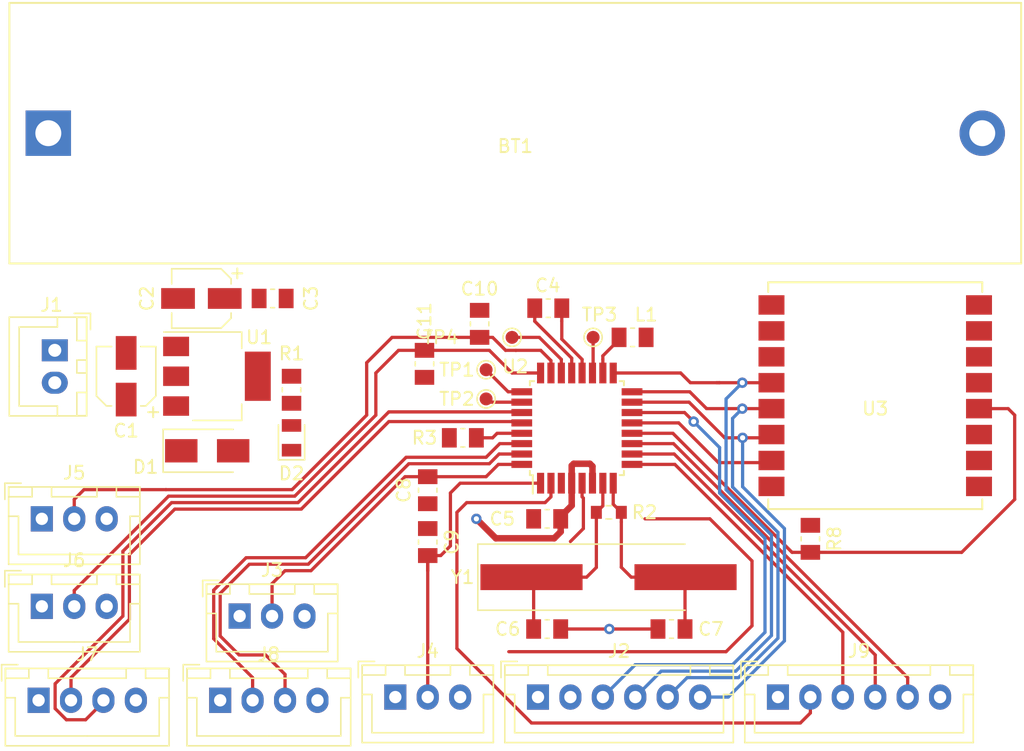
<source format=kicad_pcb>
(kicad_pcb (version 20171130) (host pcbnew "(5.0.1)-3")

  (general
    (thickness 1.6)
    (drawings 0)
    (tracks 221)
    (zones 0)
    (modules 36)
    (nets 35)
  )

  (page A4)
  (layers
    (0 F.Cu signal)
    (31 B.Cu signal)
    (32 B.Adhes user)
    (33 F.Adhes user)
    (34 B.Paste user)
    (35 F.Paste user)
    (36 B.SilkS user)
    (37 F.SilkS user)
    (38 B.Mask user)
    (39 F.Mask user)
    (40 Dwgs.User user)
    (41 Cmts.User user)
    (42 Eco1.User user)
    (43 Eco2.User user)
    (44 Edge.Cuts user)
    (45 Margin user hide)
    (46 B.CrtYd user hide)
    (47 F.CrtYd user)
    (48 B.Fab user hide)
    (49 F.Fab user hide)
  )

  (setup
    (last_trace_width 0.25)
    (trace_clearance 0.25)
    (zone_clearance 0.508)
    (zone_45_only no)
    (trace_min 0.2)
    (segment_width 0.2)
    (edge_width 0.15)
    (via_size 0.8)
    (via_drill 0.4)
    (via_min_size 0.4)
    (via_min_drill 0.3)
    (uvia_size 0.3)
    (uvia_drill 0.1)
    (uvias_allowed no)
    (uvia_min_size 0.2)
    (uvia_min_drill 0.1)
    (pcb_text_width 0.3)
    (pcb_text_size 1.5 1.5)
    (mod_edge_width 0.15)
    (mod_text_size 1 1)
    (mod_text_width 0.15)
    (pad_size 1.524 1.524)
    (pad_drill 0.762)
    (pad_to_mask_clearance 0.051)
    (solder_mask_min_width 0.25)
    (aux_axis_origin 0 0)
    (visible_elements 7FFFFFFF)
    (pcbplotparams
      (layerselection 0x010fc_ffffffff)
      (usegerberextensions false)
      (usegerberattributes false)
      (usegerberadvancedattributes false)
      (creategerberjobfile false)
      (excludeedgelayer true)
      (linewidth 0.250000)
      (plotframeref false)
      (viasonmask false)
      (mode 1)
      (useauxorigin false)
      (hpglpennumber 1)
      (hpglpenspeed 20)
      (hpglpendiameter 15.000000)
      (psnegative false)
      (psa4output false)
      (plotreference true)
      (plotvalue true)
      (plotinvisibletext false)
      (padsonsilk false)
      (subtractmaskfromsilk false)
      (outputformat 1)
      (mirror false)
      (drillshape 1)
      (scaleselection 1)
      (outputdirectory ""))
  )

  (net 0 "")
  (net 1 GND_5V)
  (net 2 VCC_5V)
  (net 3 +3V3)
  (net 4 "Net-(C4-Pad2)")
  (net 5 "Net-(C6-Pad2)")
  (net 6 "Net-(C6-Pad1)")
  (net 7 "Net-(C7-Pad2)")
  (net 8 "Net-(D2-Pad2)")
  (net 9 VCC)
  (net 10 GND)
  (net 11 CS)
  (net 12 SCK)
  (net 13 MISO)
  (net 14 MOSI)
  (net 15 SIG2)
  (net 16 SIG3)
  (net 17 SIGA0)
  (net 18 SIGA1)
  (net 19 SCL)
  (net 20 SDA)
  (net 21 RX)
  (net 22 TX)
  (net 23 SIG4)
  (net 24 SIG5)
  (net 25 SIG6)
  (net 26 SIG7)
  (net 27 "Net-(L1-Pad2)")
  (net 28 "Net-(R3-Pad2)")
  (net 29 SIG9)
  (net 30 RS)
  (net 31 SIGA2)
  (net 32 SIGA3)
  (net 33 SIGA6)
  (net 34 SIGA7)

  (net_class Default "This is the default net class."
    (clearance 0.25)
    (trace_width 0.25)
    (via_dia 0.8)
    (via_drill 0.4)
    (uvia_dia 0.3)
    (uvia_drill 0.1)
    (add_net +3V3)
    (add_net CS)
    (add_net GND)
    (add_net GND_5V)
    (add_net MISO)
    (add_net MOSI)
    (add_net "Net-(C4-Pad2)")
    (add_net "Net-(C6-Pad1)")
    (add_net "Net-(C6-Pad2)")
    (add_net "Net-(C7-Pad2)")
    (add_net "Net-(D2-Pad2)")
    (add_net "Net-(L1-Pad2)")
    (add_net "Net-(R3-Pad2)")
    (add_net RS)
    (add_net RX)
    (add_net SCK)
    (add_net SCL)
    (add_net SDA)
    (add_net SIG2)
    (add_net SIG3)
    (add_net SIG4)
    (add_net SIG5)
    (add_net SIG6)
    (add_net SIG7)
    (add_net SIG9)
    (add_net SIGA0)
    (add_net SIGA1)
    (add_net SIGA2)
    (add_net SIGA3)
    (add_net SIGA6)
    (add_net SIGA7)
    (add_net TX)
    (add_net VCC)
    (add_net VCC_5V)
  )

  (module Battery:BatteryHolder_MPD_BH-18650-PC2 (layer F.Cu) (tedit 5A562497) (tstamp 5BEDE0B1)
    (at 104.25 54.5)
    (descr "18650 Battery Holder (http://www.memoryprotectiondevices.com/datasheets/BK-18650-PC2-datasheet.pdf)")
    (tags "18650 Battery Holder")
    (path /5BE69EAA)
    (fp_text reference BT1 (at 36 1) (layer F.SilkS)
      (effects (font (size 1 1) (thickness 0.15)))
    )
    (fp_text value Battery_Cell (at 36 -0.8) (layer F.Fab)
      (effects (font (size 1 1) (thickness 0.15)))
    )
    (fp_line (start -3 10.05) (end -3 -10.05) (layer F.SilkS) (width 0.15))
    (fp_line (start 75 10.05) (end -3 10.05) (layer F.SilkS) (width 0.15))
    (fp_line (start 75 -10.05) (end 75 10.05) (layer F.SilkS) (width 0.15))
    (fp_line (start -3 -10.05) (end 75 -10.05) (layer F.SilkS) (width 0.15))
    (fp_line (start -2.8 9.85) (end -2.8 -9.85) (layer F.Fab) (width 0.15))
    (fp_line (start 74.8 9.85) (end -2.8 9.85) (layer F.Fab) (width 0.15))
    (fp_line (start 74.8 -9.85) (end 74.8 9.85) (layer F.Fab) (width 0.15))
    (fp_line (start -2.8 -9.85) (end 74.8 -9.85) (layer F.Fab) (width 0.15))
    (fp_line (start -3.2 10.25) (end -3.2 -10.25) (layer F.CrtYd) (width 0.05))
    (fp_line (start 75.2 10.25) (end -3.2 10.25) (layer F.CrtYd) (width 0.05))
    (fp_line (start 75.2 -10.25) (end 75.2 10.25) (layer F.CrtYd) (width 0.05))
    (fp_line (start -3.2 -10.25) (end 75.2 -10.25) (layer F.CrtYd) (width 0.05))
    (fp_text user %R (at 36 -2.4) (layer F.Fab)
      (effects (font (size 1 1) (thickness 0.15)))
    )
    (pad 2 thru_hole circle (at 72 0) (size 3.5 3.5) (drill 2) (layers *.Cu *.Mask)
      (net 1 GND_5V))
    (pad 1 thru_hole rect (at 0 0) (size 3.5 3.5) (drill 2) (layers *.Cu *.Mask)
      (net 2 VCC_5V))
    (model ${KISYS3DMOD}/Battery.3dshapes/BatteryHolder_MPD_BH-18650-PC2.wrl
      (at (xyz 0 0 0))
      (scale (xyz 1 1 1))
      (rotate (xyz 0 0 0))
    )
  )

  (module Capacitor_SMD:CP_Elec_4x5.3 (layer F.Cu) (tedit 58AA85FB) (tstamp 5BEDE0CD)
    (at 110.25 73.25 90)
    (descr "SMT capacitor, aluminium electrolytic, 4x5.3")
    (path /5BAB5602)
    (attr smd)
    (fp_text reference C1 (at -4.2 0) (layer F.SilkS)
      (effects (font (size 1 1) (thickness 0.15)))
    )
    (fp_text value "10u 16v" (at 0 -3.54 90) (layer F.Fab)
      (effects (font (size 1 1) (thickness 0.15)))
    )
    (fp_circle (center 0 0) (end 0 2.1) (layer F.Fab) (width 0.1))
    (fp_text user + (at -1.21 -0.08 90) (layer F.Fab)
      (effects (font (size 1 1) (thickness 0.15)))
    )
    (fp_text user + (at -2.77 2.01 90) (layer F.SilkS)
      (effects (font (size 1 1) (thickness 0.15)))
    )
    (fp_text user %R (at 0 3.54 90) (layer F.Fab)
      (effects (font (size 1 1) (thickness 0.15)))
    )
    (fp_line (start 2.13 2.13) (end 2.13 -2.13) (layer F.Fab) (width 0.1))
    (fp_line (start -1.46 2.13) (end 2.13 2.13) (layer F.Fab) (width 0.1))
    (fp_line (start -2.13 1.46) (end -1.46 2.13) (layer F.Fab) (width 0.1))
    (fp_line (start -2.13 -1.46) (end -2.13 1.46) (layer F.Fab) (width 0.1))
    (fp_line (start -1.46 -2.13) (end -2.13 -1.46) (layer F.Fab) (width 0.1))
    (fp_line (start 2.13 -2.13) (end -1.46 -2.13) (layer F.Fab) (width 0.1))
    (fp_line (start -2.29 -1.52) (end -2.29 -1.12) (layer F.SilkS) (width 0.12))
    (fp_line (start 2.29 -2.29) (end 2.29 -1.12) (layer F.SilkS) (width 0.12))
    (fp_line (start 2.29 2.29) (end 2.29 1.12) (layer F.SilkS) (width 0.12))
    (fp_line (start -2.29 1.52) (end -2.29 1.12) (layer F.SilkS) (width 0.12))
    (fp_line (start -1.52 2.29) (end 2.29 2.29) (layer F.SilkS) (width 0.12))
    (fp_line (start -1.52 2.29) (end -2.29 1.52) (layer F.SilkS) (width 0.12))
    (fp_line (start -1.52 -2.29) (end 2.29 -2.29) (layer F.SilkS) (width 0.12))
    (fp_line (start -1.52 -2.29) (end -2.29 -1.52) (layer F.SilkS) (width 0.12))
    (fp_line (start -3.35 -2.39) (end 3.35 -2.39) (layer F.CrtYd) (width 0.05))
    (fp_line (start -3.35 -2.39) (end -3.35 2.38) (layer F.CrtYd) (width 0.05))
    (fp_line (start 3.35 2.38) (end 3.35 -2.39) (layer F.CrtYd) (width 0.05))
    (fp_line (start 3.35 2.38) (end -3.35 2.38) (layer F.CrtYd) (width 0.05))
    (pad 1 smd rect (at -1.8 0 270) (size 2.6 1.6) (layers F.Cu F.Paste F.Mask)
      (net 2 VCC_5V))
    (pad 2 smd rect (at 1.8 0 270) (size 2.6 1.6) (layers F.Cu F.Paste F.Mask)
      (net 1 GND_5V))
    (model ${KISYS3DMOD}/Capacitor_SMD.3dshapes/CP_Elec_4x5.3.wrl
      (at (xyz 0 0 0))
      (scale (xyz 1 1 1))
      (rotate (xyz 0 0 0))
    )
  )

  (module Capacitor_SMD:CP_Elec_4x5.3 (layer F.Cu) (tedit 58AA85FB) (tstamp 5BEDE0E9)
    (at 116.05 67.25 180)
    (descr "SMT capacitor, aluminium electrolytic, 4x5.3")
    (path /5BAB5669)
    (attr smd)
    (fp_text reference C2 (at 4.2 0 90) (layer F.SilkS)
      (effects (font (size 1 1) (thickness 0.15)))
    )
    (fp_text value "10u 16v" (at 0 -3.54 180) (layer F.Fab)
      (effects (font (size 1 1) (thickness 0.15)))
    )
    (fp_line (start 3.35 2.38) (end -3.35 2.38) (layer F.CrtYd) (width 0.05))
    (fp_line (start 3.35 2.38) (end 3.35 -2.39) (layer F.CrtYd) (width 0.05))
    (fp_line (start -3.35 -2.39) (end -3.35 2.38) (layer F.CrtYd) (width 0.05))
    (fp_line (start -3.35 -2.39) (end 3.35 -2.39) (layer F.CrtYd) (width 0.05))
    (fp_line (start -1.52 -2.29) (end -2.29 -1.52) (layer F.SilkS) (width 0.12))
    (fp_line (start -1.52 -2.29) (end 2.29 -2.29) (layer F.SilkS) (width 0.12))
    (fp_line (start -1.52 2.29) (end -2.29 1.52) (layer F.SilkS) (width 0.12))
    (fp_line (start -1.52 2.29) (end 2.29 2.29) (layer F.SilkS) (width 0.12))
    (fp_line (start -2.29 1.52) (end -2.29 1.12) (layer F.SilkS) (width 0.12))
    (fp_line (start 2.29 2.29) (end 2.29 1.12) (layer F.SilkS) (width 0.12))
    (fp_line (start 2.29 -2.29) (end 2.29 -1.12) (layer F.SilkS) (width 0.12))
    (fp_line (start -2.29 -1.52) (end -2.29 -1.12) (layer F.SilkS) (width 0.12))
    (fp_line (start 2.13 -2.13) (end -1.46 -2.13) (layer F.Fab) (width 0.1))
    (fp_line (start -1.46 -2.13) (end -2.13 -1.46) (layer F.Fab) (width 0.1))
    (fp_line (start -2.13 -1.46) (end -2.13 1.46) (layer F.Fab) (width 0.1))
    (fp_line (start -2.13 1.46) (end -1.46 2.13) (layer F.Fab) (width 0.1))
    (fp_line (start -1.46 2.13) (end 2.13 2.13) (layer F.Fab) (width 0.1))
    (fp_line (start 2.13 2.13) (end 2.13 -2.13) (layer F.Fab) (width 0.1))
    (fp_text user %R (at 0 3.54 180) (layer F.Fab)
      (effects (font (size 1 1) (thickness 0.15)))
    )
    (fp_text user + (at -2.77 2.01 180) (layer F.SilkS)
      (effects (font (size 1 1) (thickness 0.15)))
    )
    (fp_text user + (at -1.21 -0.08 180) (layer F.Fab)
      (effects (font (size 1 1) (thickness 0.15)))
    )
    (fp_circle (center 0 0) (end 0 2.1) (layer F.Fab) (width 0.1))
    (pad 2 smd rect (at 1.8 0) (size 2.6 1.6) (layers F.Cu F.Paste F.Mask)
      (net 1 GND_5V))
    (pad 1 smd rect (at -1.8 0) (size 2.6 1.6) (layers F.Cu F.Paste F.Mask)
      (net 3 +3V3))
    (model ${KISYS3DMOD}/Capacitor_SMD.3dshapes/CP_Elec_4x5.3.wrl
      (at (xyz 0 0 0))
      (scale (xyz 1 1 1))
      (rotate (xyz 0 0 0))
    )
  )

  (module Capacitor_SMD:C_0805_2012Metric_Pad1.15x1.50mm_HandSolder (layer F.Cu) (tedit 59FE48B8) (tstamp 5BEDE0FA)
    (at 121.5425 67.25)
    (descr "Capacitor SMD 0805 (2012 Metric), square (rectangular) end terminal, IPC_7351 nominal with elongated pad for handsoldering. (Body size source: http://www.tortai-tech.com/upload/download/2011102023233369053.pdf), generated with kicad-footprint-generator")
    (tags "capacitor handsolder")
    (path /5BAB539F)
    (attr smd)
    (fp_text reference C3 (at 2.9575 0 270) (layer F.SilkS)
      (effects (font (size 1 1) (thickness 0.15)))
    )
    (fp_text value 100n (at 0 1.85) (layer F.Fab)
      (effects (font (size 1 1) (thickness 0.15)))
    )
    (fp_line (start -1 0.6) (end -1 -0.6) (layer F.Fab) (width 0.1))
    (fp_line (start -1 -0.6) (end 1 -0.6) (layer F.Fab) (width 0.1))
    (fp_line (start 1 -0.6) (end 1 0.6) (layer F.Fab) (width 0.1))
    (fp_line (start 1 0.6) (end -1 0.6) (layer F.Fab) (width 0.1))
    (fp_line (start -0.15 -0.71) (end 0.15 -0.71) (layer F.SilkS) (width 0.12))
    (fp_line (start -0.15 0.71) (end 0.15 0.71) (layer F.SilkS) (width 0.12))
    (fp_line (start -1.86 1) (end -1.86 -1) (layer F.CrtYd) (width 0.05))
    (fp_line (start -1.86 -1) (end 1.86 -1) (layer F.CrtYd) (width 0.05))
    (fp_line (start 1.86 -1) (end 1.86 1) (layer F.CrtYd) (width 0.05))
    (fp_line (start 1.86 1) (end -1.86 1) (layer F.CrtYd) (width 0.05))
    (fp_text user %R (at 0 0) (layer F.Fab)
      (effects (font (size 0.5 0.5) (thickness 0.08)))
    )
    (pad 1 smd rect (at -1.0425 0) (size 1.145 1.5) (layers F.Cu F.Paste F.Mask)
      (net 3 +3V3))
    (pad 2 smd rect (at 1.0425 0) (size 1.145 1.5) (layers F.Cu F.Paste F.Mask)
      (net 1 GND_5V))
    (model ${KISYS3DMOD}/Capacitor_SMD.3dshapes/C_0805_2012Metric.wrl
      (at (xyz 0 0 0))
      (scale (xyz 1 1 1))
      (rotate (xyz 0 0 0))
    )
  )

  (module Capacitor_SMD:C_0805_2012Metric_Pad1.15x1.50mm_HandSolder (layer F.Cu) (tedit 59FE48B8) (tstamp 5BEDE10B)
    (at 142.7925 68)
    (descr "Capacitor SMD 0805 (2012 Metric), square (rectangular) end terminal, IPC_7351 nominal with elongated pad for handsoldering. (Body size source: http://www.tortai-tech.com/upload/download/2011102023233369053.pdf), generated with kicad-footprint-generator")
    (tags "capacitor handsolder")
    (path /5BACD673)
    (attr smd)
    (fp_text reference C4 (at -0.0425 -1.75 -180) (layer F.SilkS)
      (effects (font (size 1 1) (thickness 0.15)))
    )
    (fp_text value 100n (at 0 1.85) (layer F.Fab)
      (effects (font (size 1 1) (thickness 0.15)))
    )
    (fp_line (start -1 0.6) (end -1 -0.6) (layer F.Fab) (width 0.1))
    (fp_line (start -1 -0.6) (end 1 -0.6) (layer F.Fab) (width 0.1))
    (fp_line (start 1 -0.6) (end 1 0.6) (layer F.Fab) (width 0.1))
    (fp_line (start 1 0.6) (end -1 0.6) (layer F.Fab) (width 0.1))
    (fp_line (start -0.15 -0.71) (end 0.15 -0.71) (layer F.SilkS) (width 0.12))
    (fp_line (start -0.15 0.71) (end 0.15 0.71) (layer F.SilkS) (width 0.12))
    (fp_line (start -1.86 1) (end -1.86 -1) (layer F.CrtYd) (width 0.05))
    (fp_line (start -1.86 -1) (end 1.86 -1) (layer F.CrtYd) (width 0.05))
    (fp_line (start 1.86 -1) (end 1.86 1) (layer F.CrtYd) (width 0.05))
    (fp_line (start 1.86 1) (end -1.86 1) (layer F.CrtYd) (width 0.05))
    (fp_text user %R (at 0 0) (layer F.Fab)
      (effects (font (size 0.5 0.5) (thickness 0.08)))
    )
    (pad 1 smd rect (at -1.0425 0) (size 1.145 1.5) (layers F.Cu F.Paste F.Mask)
      (net 1 GND_5V))
    (pad 2 smd rect (at 1.0425 0) (size 1.145 1.5) (layers F.Cu F.Paste F.Mask)
      (net 4 "Net-(C4-Pad2)"))
    (model ${KISYS3DMOD}/Capacitor_SMD.3dshapes/C_0805_2012Metric.wrl
      (at (xyz 0 0 0))
      (scale (xyz 1 1 1))
      (rotate (xyz 0 0 0))
    )
  )

  (module Capacitor_SMD:C_0805_2012Metric_Pad1.15x1.50mm_HandSolder (layer F.Cu) (tedit 59FE48B8) (tstamp 5BEDE11C)
    (at 142.7075 84.25 180)
    (descr "Capacitor SMD 0805 (2012 Metric), square (rectangular) end terminal, IPC_7351 nominal with elongated pad for handsoldering. (Body size source: http://www.tortai-tech.com/upload/download/2011102023233369053.pdf), generated with kicad-footprint-generator")
    (tags "capacitor handsolder")
    (path /5BACA5FE)
    (attr smd)
    (fp_text reference C5 (at 3.4575 0 180) (layer F.SilkS)
      (effects (font (size 1 1) (thickness 0.15)))
    )
    (fp_text value 100n (at 0 1.85 180) (layer F.Fab)
      (effects (font (size 1 1) (thickness 0.15)))
    )
    (fp_text user %R (at 0 0 180) (layer F.Fab)
      (effects (font (size 0.5 0.5) (thickness 0.08)))
    )
    (fp_line (start 1.86 1) (end -1.86 1) (layer F.CrtYd) (width 0.05))
    (fp_line (start 1.86 -1) (end 1.86 1) (layer F.CrtYd) (width 0.05))
    (fp_line (start -1.86 -1) (end 1.86 -1) (layer F.CrtYd) (width 0.05))
    (fp_line (start -1.86 1) (end -1.86 -1) (layer F.CrtYd) (width 0.05))
    (fp_line (start -0.15 0.71) (end 0.15 0.71) (layer F.SilkS) (width 0.12))
    (fp_line (start -0.15 -0.71) (end 0.15 -0.71) (layer F.SilkS) (width 0.12))
    (fp_line (start 1 0.6) (end -1 0.6) (layer F.Fab) (width 0.1))
    (fp_line (start 1 -0.6) (end 1 0.6) (layer F.Fab) (width 0.1))
    (fp_line (start -1 -0.6) (end 1 -0.6) (layer F.Fab) (width 0.1))
    (fp_line (start -1 0.6) (end -1 -0.6) (layer F.Fab) (width 0.1))
    (pad 2 smd rect (at 1.0425 0 180) (size 1.145 1.5) (layers F.Cu F.Paste F.Mask))
    (pad 1 smd rect (at -1.0425 0 180) (size 1.145 1.5) (layers F.Cu F.Paste F.Mask)
      (net 3 +3V3))
    (model ${KISYS3DMOD}/Capacitor_SMD.3dshapes/C_0805_2012Metric.wrl
      (at (xyz 0 0 0))
      (scale (xyz 1 1 1))
      (rotate (xyz 0 0 0))
    )
  )

  (module Capacitor_SMD:C_0805_2012Metric_Pad1.15x1.50mm_HandSolder (layer F.Cu) (tedit 59FE48B8) (tstamp 5BEDF7CB)
    (at 142.7075 92.75 180)
    (descr "Capacitor SMD 0805 (2012 Metric), square (rectangular) end terminal, IPC_7351 nominal with elongated pad for handsoldering. (Body size source: http://www.tortai-tech.com/upload/download/2011102023233369053.pdf), generated with kicad-footprint-generator")
    (tags "capacitor handsolder")
    (path /5BEB520C)
    (attr smd)
    (fp_text reference C6 (at 3.0425 0 180) (layer F.SilkS)
      (effects (font (size 1 1) (thickness 0.15)))
    )
    (fp_text value C_Small (at 0 1.85 180) (layer F.Fab)
      (effects (font (size 1 1) (thickness 0.15)))
    )
    (fp_text user %R (at 0 0 180) (layer F.Fab)
      (effects (font (size 0.5 0.5) (thickness 0.08)))
    )
    (fp_line (start 1.86 1) (end -1.86 1) (layer F.CrtYd) (width 0.05))
    (fp_line (start 1.86 -1) (end 1.86 1) (layer F.CrtYd) (width 0.05))
    (fp_line (start -1.86 -1) (end 1.86 -1) (layer F.CrtYd) (width 0.05))
    (fp_line (start -1.86 1) (end -1.86 -1) (layer F.CrtYd) (width 0.05))
    (fp_line (start -0.15 0.71) (end 0.15 0.71) (layer F.SilkS) (width 0.12))
    (fp_line (start -0.15 -0.71) (end 0.15 -0.71) (layer F.SilkS) (width 0.12))
    (fp_line (start 1 0.6) (end -1 0.6) (layer F.Fab) (width 0.1))
    (fp_line (start 1 -0.6) (end 1 0.6) (layer F.Fab) (width 0.1))
    (fp_line (start -1 -0.6) (end 1 -0.6) (layer F.Fab) (width 0.1))
    (fp_line (start -1 0.6) (end -1 -0.6) (layer F.Fab) (width 0.1))
    (pad 2 smd rect (at 1.0425 0 180) (size 1.145 1.5) (layers F.Cu F.Paste F.Mask)
      (net 5 "Net-(C6-Pad2)"))
    (pad 1 smd rect (at -1.0425 0 180) (size 1.145 1.5) (layers F.Cu F.Paste F.Mask)
      (net 6 "Net-(C6-Pad1)"))
    (model ${KISYS3DMOD}/Capacitor_SMD.3dshapes/C_0805_2012Metric.wrl
      (at (xyz 0 0 0))
      (scale (xyz 1 1 1))
      (rotate (xyz 0 0 0))
    )
  )

  (module Capacitor_SMD:C_0805_2012Metric_Pad1.15x1.50mm_HandSolder (layer F.Cu) (tedit 59FE48B8) (tstamp 5BEDF82B)
    (at 152.2925 92.75)
    (descr "Capacitor SMD 0805 (2012 Metric), square (rectangular) end terminal, IPC_7351 nominal with elongated pad for handsoldering. (Body size source: http://www.tortai-tech.com/upload/download/2011102023233369053.pdf), generated with kicad-footprint-generator")
    (tags "capacitor handsolder")
    (path /5BEB52AD)
    (attr smd)
    (fp_text reference C7 (at 3.0425 0) (layer F.SilkS)
      (effects (font (size 1 1) (thickness 0.15)))
    )
    (fp_text value C_Small (at 0 1.85) (layer F.Fab)
      (effects (font (size 1 1) (thickness 0.15)))
    )
    (fp_line (start -1 0.6) (end -1 -0.6) (layer F.Fab) (width 0.1))
    (fp_line (start -1 -0.6) (end 1 -0.6) (layer F.Fab) (width 0.1))
    (fp_line (start 1 -0.6) (end 1 0.6) (layer F.Fab) (width 0.1))
    (fp_line (start 1 0.6) (end -1 0.6) (layer F.Fab) (width 0.1))
    (fp_line (start -0.15 -0.71) (end 0.15 -0.71) (layer F.SilkS) (width 0.12))
    (fp_line (start -0.15 0.71) (end 0.15 0.71) (layer F.SilkS) (width 0.12))
    (fp_line (start -1.86 1) (end -1.86 -1) (layer F.CrtYd) (width 0.05))
    (fp_line (start -1.86 -1) (end 1.86 -1) (layer F.CrtYd) (width 0.05))
    (fp_line (start 1.86 -1) (end 1.86 1) (layer F.CrtYd) (width 0.05))
    (fp_line (start 1.86 1) (end -1.86 1) (layer F.CrtYd) (width 0.05))
    (fp_text user %R (at 0 0) (layer F.Fab)
      (effects (font (size 0.5 0.5) (thickness 0.08)))
    )
    (pad 1 smd rect (at -1.0425 0) (size 1.145 1.5) (layers F.Cu F.Paste F.Mask)
      (net 6 "Net-(C6-Pad1)"))
    (pad 2 smd rect (at 1.0425 0) (size 1.145 1.5) (layers F.Cu F.Paste F.Mask)
      (net 7 "Net-(C7-Pad2)"))
    (model ${KISYS3DMOD}/Capacitor_SMD.3dshapes/C_0805_2012Metric.wrl
      (at (xyz 0 0 0))
      (scale (xyz 1 1 1))
      (rotate (xyz 0 0 0))
    )
  )

  (module Diode_SMD:D_SMA (layer F.Cu) (tedit 586432E5) (tstamp 5BEDE156)
    (at 116.5 79)
    (descr "Diode SMA (DO-214AC)")
    (tags "Diode SMA (DO-214AC)")
    (path /5BAB545F)
    (attr smd)
    (fp_text reference D1 (at -4.75 1.25) (layer F.SilkS)
      (effects (font (size 1 1) (thickness 0.15)))
    )
    (fp_text value D (at 0 2.6) (layer F.Fab)
      (effects (font (size 1 1) (thickness 0.15)))
    )
    (fp_text user %R (at 0 -2.5) (layer F.Fab)
      (effects (font (size 1 1) (thickness 0.15)))
    )
    (fp_line (start -3.4 -1.65) (end -3.4 1.65) (layer F.SilkS) (width 0.12))
    (fp_line (start 2.3 1.5) (end -2.3 1.5) (layer F.Fab) (width 0.1))
    (fp_line (start -2.3 1.5) (end -2.3 -1.5) (layer F.Fab) (width 0.1))
    (fp_line (start 2.3 -1.5) (end 2.3 1.5) (layer F.Fab) (width 0.1))
    (fp_line (start 2.3 -1.5) (end -2.3 -1.5) (layer F.Fab) (width 0.1))
    (fp_line (start -3.5 -1.75) (end 3.5 -1.75) (layer F.CrtYd) (width 0.05))
    (fp_line (start 3.5 -1.75) (end 3.5 1.75) (layer F.CrtYd) (width 0.05))
    (fp_line (start 3.5 1.75) (end -3.5 1.75) (layer F.CrtYd) (width 0.05))
    (fp_line (start -3.5 1.75) (end -3.5 -1.75) (layer F.CrtYd) (width 0.05))
    (fp_line (start -0.64944 0.00102) (end -1.55114 0.00102) (layer F.Fab) (width 0.1))
    (fp_line (start 0.50118 0.00102) (end 1.4994 0.00102) (layer F.Fab) (width 0.1))
    (fp_line (start -0.64944 -0.79908) (end -0.64944 0.80112) (layer F.Fab) (width 0.1))
    (fp_line (start 0.50118 0.75032) (end 0.50118 -0.79908) (layer F.Fab) (width 0.1))
    (fp_line (start -0.64944 0.00102) (end 0.50118 0.75032) (layer F.Fab) (width 0.1))
    (fp_line (start -0.64944 0.00102) (end 0.50118 -0.79908) (layer F.Fab) (width 0.1))
    (fp_line (start -3.4 1.65) (end 2 1.65) (layer F.SilkS) (width 0.12))
    (fp_line (start -3.4 -1.65) (end 2 -1.65) (layer F.SilkS) (width 0.12))
    (pad 1 smd rect (at -2 0) (size 2.5 1.8) (layers F.Cu F.Paste F.Mask)
      (net 2 VCC_5V))
    (pad 2 smd rect (at 2 0) (size 2.5 1.8) (layers F.Cu F.Paste F.Mask)
      (net 3 +3V3))
    (model ${KISYS3DMOD}/Diode_SMD.3dshapes/D_SMA.wrl
      (at (xyz 0 0 0))
      (scale (xyz 1 1 1))
      (rotate (xyz 0 0 0))
    )
  )

  (module LED_SMD:LED_0805_2012Metric_Pad0.97x1.50mm_HandSolder (layer F.Cu) (tedit 5A00A67C) (tstamp 5BEDE169)
    (at 123 78 90)
    (descr "LED SMD 0805 (2012 Metric), square (rectangular) end terminal, IPC_7351 nominal, (Body size source: http://www.tortai-tech.com/upload/download/2011102023233369053.pdf), generated with kicad-footprint-generator")
    (tags "LED handsolder")
    (path /5BADD163)
    (attr smd)
    (fp_text reference D2 (at -2.75 0 180) (layer F.SilkS)
      (effects (font (size 1 1) (thickness 0.15)))
    )
    (fp_text value "LED BLUE" (at 0 1.85 90) (layer F.Fab)
      (effects (font (size 1 1) (thickness 0.15)))
    )
    (fp_line (start 1 -0.6) (end -0.7 -0.6) (layer F.Fab) (width 0.1))
    (fp_line (start -0.7 -0.6) (end -1 -0.3) (layer F.Fab) (width 0.1))
    (fp_line (start -1 -0.3) (end -1 0.6) (layer F.Fab) (width 0.1))
    (fp_line (start -1 0.6) (end 1 0.6) (layer F.Fab) (width 0.1))
    (fp_line (start 1 0.6) (end 1 -0.6) (layer F.Fab) (width 0.1))
    (fp_line (start 1 -1.01) (end -1.7 -1.01) (layer F.SilkS) (width 0.12))
    (fp_line (start -1.7 -1.01) (end -1.7 1.01) (layer F.SilkS) (width 0.12))
    (fp_line (start -1.7 1.01) (end 1 1.01) (layer F.SilkS) (width 0.12))
    (fp_line (start -1.69 1) (end -1.69 -1) (layer F.CrtYd) (width 0.05))
    (fp_line (start -1.69 -1) (end 1.69 -1) (layer F.CrtYd) (width 0.05))
    (fp_line (start 1.69 -1) (end 1.69 1) (layer F.CrtYd) (width 0.05))
    (fp_line (start 1.69 1) (end -1.69 1) (layer F.CrtYd) (width 0.05))
    (fp_text user %R (at 0 0 90) (layer F.Fab)
      (effects (font (size 0.5 0.5) (thickness 0.08)))
    )
    (pad 1 smd rect (at -0.955 0 90) (size 0.97 1.5) (layers F.Cu F.Paste F.Mask)
      (net 1 GND_5V))
    (pad 2 smd rect (at 0.955 0 90) (size 0.97 1.5) (layers F.Cu F.Paste F.Mask)
      (net 8 "Net-(D2-Pad2)"))
    (model ${KISYS3DMOD}/LED_SMD.3dshapes/LED_0805_2012Metric.wrl
      (at (xyz 0 0 0))
      (scale (xyz 1 1 1))
      (rotate (xyz 0 0 0))
    )
  )

  (module Connector_JST:JST_XH_B02B-XH-A_1x02_P2.50mm_Vertical (layer F.Cu) (tedit 5A2731AA) (tstamp 5BEDE192)
    (at 104.75 71.25 270)
    (descr "JST XH series connector, B02B-XH-A (http://www.jst-mfg.com/product/pdf/eng/eXH.pdf), generated with kicad-footprint-generator")
    (tags "connector JST XH side entry")
    (path /5BE7A4EA)
    (fp_text reference J1 (at -3.5 0.25) (layer F.SilkS)
      (effects (font (size 1 1) (thickness 0.15)))
    )
    (fp_text value Conn_01x02 (at 1.25 4.6 270) (layer F.Fab)
      (effects (font (size 1 1) (thickness 0.15)))
    )
    (fp_line (start -2.45 -2.35) (end -2.45 3.4) (layer F.Fab) (width 0.1))
    (fp_line (start -2.45 3.4) (end 4.95 3.4) (layer F.Fab) (width 0.1))
    (fp_line (start 4.95 3.4) (end 4.95 -2.35) (layer F.Fab) (width 0.1))
    (fp_line (start 4.95 -2.35) (end -2.45 -2.35) (layer F.Fab) (width 0.1))
    (fp_line (start -2.56 -2.46) (end -2.56 3.51) (layer F.SilkS) (width 0.12))
    (fp_line (start -2.56 3.51) (end 5.06 3.51) (layer F.SilkS) (width 0.12))
    (fp_line (start 5.06 3.51) (end 5.06 -2.46) (layer F.SilkS) (width 0.12))
    (fp_line (start 5.06 -2.46) (end -2.56 -2.46) (layer F.SilkS) (width 0.12))
    (fp_line (start -2.95 -2.85) (end -2.95 3.9) (layer F.CrtYd) (width 0.05))
    (fp_line (start -2.95 3.9) (end 5.45 3.9) (layer F.CrtYd) (width 0.05))
    (fp_line (start 5.45 3.9) (end 5.45 -2.85) (layer F.CrtYd) (width 0.05))
    (fp_line (start 5.45 -2.85) (end -2.95 -2.85) (layer F.CrtYd) (width 0.05))
    (fp_line (start -0.625 -2.35) (end 0 -1.35) (layer F.Fab) (width 0.1))
    (fp_line (start 0 -1.35) (end 0.625 -2.35) (layer F.Fab) (width 0.1))
    (fp_line (start 0.75 -2.45) (end 0.75 -1.7) (layer F.SilkS) (width 0.12))
    (fp_line (start 0.75 -1.7) (end 1.75 -1.7) (layer F.SilkS) (width 0.12))
    (fp_line (start 1.75 -1.7) (end 1.75 -2.45) (layer F.SilkS) (width 0.12))
    (fp_line (start 1.75 -2.45) (end 0.75 -2.45) (layer F.SilkS) (width 0.12))
    (fp_line (start -2.55 -2.45) (end -2.55 -1.7) (layer F.SilkS) (width 0.12))
    (fp_line (start -2.55 -1.7) (end -0.75 -1.7) (layer F.SilkS) (width 0.12))
    (fp_line (start -0.75 -1.7) (end -0.75 -2.45) (layer F.SilkS) (width 0.12))
    (fp_line (start -0.75 -2.45) (end -2.55 -2.45) (layer F.SilkS) (width 0.12))
    (fp_line (start 3.25 -2.45) (end 3.25 -1.7) (layer F.SilkS) (width 0.12))
    (fp_line (start 3.25 -1.7) (end 5.05 -1.7) (layer F.SilkS) (width 0.12))
    (fp_line (start 5.05 -1.7) (end 5.05 -2.45) (layer F.SilkS) (width 0.12))
    (fp_line (start 5.05 -2.45) (end 3.25 -2.45) (layer F.SilkS) (width 0.12))
    (fp_line (start -2.55 -0.2) (end -1.8 -0.2) (layer F.SilkS) (width 0.12))
    (fp_line (start -1.8 -0.2) (end -1.8 2.75) (layer F.SilkS) (width 0.12))
    (fp_line (start -1.8 2.75) (end 1.25 2.75) (layer F.SilkS) (width 0.12))
    (fp_line (start 5.05 -0.2) (end 4.3 -0.2) (layer F.SilkS) (width 0.12))
    (fp_line (start 4.3 -0.2) (end 4.3 2.75) (layer F.SilkS) (width 0.12))
    (fp_line (start 4.3 2.75) (end 1.25 2.75) (layer F.SilkS) (width 0.12))
    (fp_line (start -1.6 -2.75) (end -2.85 -2.75) (layer F.SilkS) (width 0.12))
    (fp_line (start -2.85 -2.75) (end -2.85 -1.5) (layer F.SilkS) (width 0.12))
    (fp_text user %R (at 1.25 2.7 270) (layer F.Fab)
      (effects (font (size 1 1) (thickness 0.15)))
    )
    (pad 1 thru_hole rect (at 0 0 270) (size 1.7 2) (drill 1) (layers *.Cu *.Mask)
      (net 1 GND_5V))
    (pad 2 thru_hole oval (at 2.5 0 270) (size 1.7 2) (drill 1) (layers *.Cu *.Mask)
      (net 2 VCC_5V))
    (model ${KISYS3DMOD}/Connector_JST.3dshapes/JST_XH_B02B-XH-A_1x02_P2.50mm_Vertical.wrl
      (at (xyz 0 0 0))
      (scale (xyz 1 1 1))
      (rotate (xyz 0 0 0))
    )
  )

  (module Connector_JST:JST_XH_B06B-XH-A_1x06_P2.50mm_Vertical (layer F.Cu) (tedit 5A2731AA) (tstamp 5BEDE1BF)
    (at 142 98)
    (descr "JST XH series connector, B06B-XH-A (http://www.jst-mfg.com/product/pdf/eng/eXH.pdf), generated with kicad-footprint-generator")
    (tags "connector JST XH side entry")
    (path /5BDF8E5D)
    (fp_text reference J2 (at 6.25 -3.55) (layer F.SilkS)
      (effects (font (size 1 1) (thickness 0.15)))
    )
    (fp_text value Conn_01x06 (at 6.25 4.6) (layer F.Fab)
      (effects (font (size 1 1) (thickness 0.15)))
    )
    (fp_line (start -2.45 -2.35) (end -2.45 3.4) (layer F.Fab) (width 0.1))
    (fp_line (start -2.45 3.4) (end 14.95 3.4) (layer F.Fab) (width 0.1))
    (fp_line (start 14.95 3.4) (end 14.95 -2.35) (layer F.Fab) (width 0.1))
    (fp_line (start 14.95 -2.35) (end -2.45 -2.35) (layer F.Fab) (width 0.1))
    (fp_line (start -2.56 -2.46) (end -2.56 3.51) (layer F.SilkS) (width 0.12))
    (fp_line (start -2.56 3.51) (end 15.06 3.51) (layer F.SilkS) (width 0.12))
    (fp_line (start 15.06 3.51) (end 15.06 -2.46) (layer F.SilkS) (width 0.12))
    (fp_line (start 15.06 -2.46) (end -2.56 -2.46) (layer F.SilkS) (width 0.12))
    (fp_line (start -2.95 -2.85) (end -2.95 3.9) (layer F.CrtYd) (width 0.05))
    (fp_line (start -2.95 3.9) (end 15.45 3.9) (layer F.CrtYd) (width 0.05))
    (fp_line (start 15.45 3.9) (end 15.45 -2.85) (layer F.CrtYd) (width 0.05))
    (fp_line (start 15.45 -2.85) (end -2.95 -2.85) (layer F.CrtYd) (width 0.05))
    (fp_line (start -0.625 -2.35) (end 0 -1.35) (layer F.Fab) (width 0.1))
    (fp_line (start 0 -1.35) (end 0.625 -2.35) (layer F.Fab) (width 0.1))
    (fp_line (start 0.75 -2.45) (end 0.75 -1.7) (layer F.SilkS) (width 0.12))
    (fp_line (start 0.75 -1.7) (end 11.75 -1.7) (layer F.SilkS) (width 0.12))
    (fp_line (start 11.75 -1.7) (end 11.75 -2.45) (layer F.SilkS) (width 0.12))
    (fp_line (start 11.75 -2.45) (end 0.75 -2.45) (layer F.SilkS) (width 0.12))
    (fp_line (start -2.55 -2.45) (end -2.55 -1.7) (layer F.SilkS) (width 0.12))
    (fp_line (start -2.55 -1.7) (end -0.75 -1.7) (layer F.SilkS) (width 0.12))
    (fp_line (start -0.75 -1.7) (end -0.75 -2.45) (layer F.SilkS) (width 0.12))
    (fp_line (start -0.75 -2.45) (end -2.55 -2.45) (layer F.SilkS) (width 0.12))
    (fp_line (start 13.25 -2.45) (end 13.25 -1.7) (layer F.SilkS) (width 0.12))
    (fp_line (start 13.25 -1.7) (end 15.05 -1.7) (layer F.SilkS) (width 0.12))
    (fp_line (start 15.05 -1.7) (end 15.05 -2.45) (layer F.SilkS) (width 0.12))
    (fp_line (start 15.05 -2.45) (end 13.25 -2.45) (layer F.SilkS) (width 0.12))
    (fp_line (start -2.55 -0.2) (end -1.8 -0.2) (layer F.SilkS) (width 0.12))
    (fp_line (start -1.8 -0.2) (end -1.8 2.75) (layer F.SilkS) (width 0.12))
    (fp_line (start -1.8 2.75) (end 6.25 2.75) (layer F.SilkS) (width 0.12))
    (fp_line (start 15.05 -0.2) (end 14.3 -0.2) (layer F.SilkS) (width 0.12))
    (fp_line (start 14.3 -0.2) (end 14.3 2.75) (layer F.SilkS) (width 0.12))
    (fp_line (start 14.3 2.75) (end 6.25 2.75) (layer F.SilkS) (width 0.12))
    (fp_line (start -1.6 -2.75) (end -2.85 -2.75) (layer F.SilkS) (width 0.12))
    (fp_line (start -2.85 -2.75) (end -2.85 -1.5) (layer F.SilkS) (width 0.12))
    (fp_text user %R (at 6.25 2.7) (layer F.Fab)
      (effects (font (size 1 1) (thickness 0.15)))
    )
    (pad 1 thru_hole rect (at 0 0) (size 1.7 1.95) (drill 0.95) (layers *.Cu *.Mask)
      (net 9 VCC))
    (pad 2 thru_hole oval (at 2.5 0) (size 1.7 1.95) (drill 0.95) (layers *.Cu *.Mask)
      (net 10 GND))
    (pad 3 thru_hole oval (at 5 0) (size 1.7 1.95) (drill 0.95) (layers *.Cu *.Mask)
      (net 11 CS))
    (pad 4 thru_hole oval (at 7.5 0) (size 1.7 1.95) (drill 0.95) (layers *.Cu *.Mask)
      (net 12 SCK))
    (pad 5 thru_hole oval (at 10 0) (size 1.7 1.95) (drill 0.95) (layers *.Cu *.Mask)
      (net 13 MISO))
    (pad 6 thru_hole oval (at 12.5 0) (size 1.7 1.95) (drill 0.95) (layers *.Cu *.Mask)
      (net 14 MOSI))
    (model ${KISYS3DMOD}/Connector_JST.3dshapes/JST_XH_B06B-XH-A_1x06_P2.50mm_Vertical.wrl
      (at (xyz 0 0 0))
      (scale (xyz 1 1 1))
      (rotate (xyz 0 0 0))
    )
  )

  (module Connector_JST:JST_XH_B03B-XH-A_1x03_P2.50mm_Vertical (layer F.Cu) (tedit 5A2731AA) (tstamp 5BEDE1E9)
    (at 119 91.75)
    (descr "JST XH series connector, B03B-XH-A (http://www.jst-mfg.com/product/pdf/eng/eXH.pdf), generated with kicad-footprint-generator")
    (tags "connector JST XH side entry")
    (path /5BD7ED51)
    (fp_text reference J3 (at 2.5 -3.55) (layer F.SilkS)
      (effects (font (size 1 1) (thickness 0.15)))
    )
    (fp_text value Conn_01x03 (at 2.5 4.6) (layer F.Fab)
      (effects (font (size 1 1) (thickness 0.15)))
    )
    (fp_line (start -2.45 -2.35) (end -2.45 3.4) (layer F.Fab) (width 0.1))
    (fp_line (start -2.45 3.4) (end 7.45 3.4) (layer F.Fab) (width 0.1))
    (fp_line (start 7.45 3.4) (end 7.45 -2.35) (layer F.Fab) (width 0.1))
    (fp_line (start 7.45 -2.35) (end -2.45 -2.35) (layer F.Fab) (width 0.1))
    (fp_line (start -2.56 -2.46) (end -2.56 3.51) (layer F.SilkS) (width 0.12))
    (fp_line (start -2.56 3.51) (end 7.56 3.51) (layer F.SilkS) (width 0.12))
    (fp_line (start 7.56 3.51) (end 7.56 -2.46) (layer F.SilkS) (width 0.12))
    (fp_line (start 7.56 -2.46) (end -2.56 -2.46) (layer F.SilkS) (width 0.12))
    (fp_line (start -2.95 -2.85) (end -2.95 3.9) (layer F.CrtYd) (width 0.05))
    (fp_line (start -2.95 3.9) (end 7.95 3.9) (layer F.CrtYd) (width 0.05))
    (fp_line (start 7.95 3.9) (end 7.95 -2.85) (layer F.CrtYd) (width 0.05))
    (fp_line (start 7.95 -2.85) (end -2.95 -2.85) (layer F.CrtYd) (width 0.05))
    (fp_line (start -0.625 -2.35) (end 0 -1.35) (layer F.Fab) (width 0.1))
    (fp_line (start 0 -1.35) (end 0.625 -2.35) (layer F.Fab) (width 0.1))
    (fp_line (start 0.75 -2.45) (end 0.75 -1.7) (layer F.SilkS) (width 0.12))
    (fp_line (start 0.75 -1.7) (end 4.25 -1.7) (layer F.SilkS) (width 0.12))
    (fp_line (start 4.25 -1.7) (end 4.25 -2.45) (layer F.SilkS) (width 0.12))
    (fp_line (start 4.25 -2.45) (end 0.75 -2.45) (layer F.SilkS) (width 0.12))
    (fp_line (start -2.55 -2.45) (end -2.55 -1.7) (layer F.SilkS) (width 0.12))
    (fp_line (start -2.55 -1.7) (end -0.75 -1.7) (layer F.SilkS) (width 0.12))
    (fp_line (start -0.75 -1.7) (end -0.75 -2.45) (layer F.SilkS) (width 0.12))
    (fp_line (start -0.75 -2.45) (end -2.55 -2.45) (layer F.SilkS) (width 0.12))
    (fp_line (start 5.75 -2.45) (end 5.75 -1.7) (layer F.SilkS) (width 0.12))
    (fp_line (start 5.75 -1.7) (end 7.55 -1.7) (layer F.SilkS) (width 0.12))
    (fp_line (start 7.55 -1.7) (end 7.55 -2.45) (layer F.SilkS) (width 0.12))
    (fp_line (start 7.55 -2.45) (end 5.75 -2.45) (layer F.SilkS) (width 0.12))
    (fp_line (start -2.55 -0.2) (end -1.8 -0.2) (layer F.SilkS) (width 0.12))
    (fp_line (start -1.8 -0.2) (end -1.8 2.75) (layer F.SilkS) (width 0.12))
    (fp_line (start -1.8 2.75) (end 2.5 2.75) (layer F.SilkS) (width 0.12))
    (fp_line (start 7.55 -0.2) (end 6.8 -0.2) (layer F.SilkS) (width 0.12))
    (fp_line (start 6.8 -0.2) (end 6.8 2.75) (layer F.SilkS) (width 0.12))
    (fp_line (start 6.8 2.75) (end 2.5 2.75) (layer F.SilkS) (width 0.12))
    (fp_line (start -1.6 -2.75) (end -2.85 -2.75) (layer F.SilkS) (width 0.12))
    (fp_line (start -2.85 -2.75) (end -2.85 -1.5) (layer F.SilkS) (width 0.12))
    (fp_text user %R (at 2.5 2.7) (layer F.Fab)
      (effects (font (size 1 1) (thickness 0.15)))
    )
    (pad 1 thru_hole rect (at 0 0) (size 1.7 1.95) (drill 0.95) (layers *.Cu *.Mask)
      (net 9 VCC))
    (pad 2 thru_hole oval (at 2.5 0) (size 1.7 1.95) (drill 0.95) (layers *.Cu *.Mask)
      (net 15 SIG2))
    (pad 3 thru_hole oval (at 5 0) (size 1.7 1.95) (drill 0.95) (layers *.Cu *.Mask)
      (net 10 GND))
    (model ${KISYS3DMOD}/Connector_JST.3dshapes/JST_XH_B03B-XH-A_1x03_P2.50mm_Vertical.wrl
      (at (xyz 0 0 0))
      (scale (xyz 1 1 1))
      (rotate (xyz 0 0 0))
    )
  )

  (module Connector_JST:JST_XH_B03B-XH-A_1x03_P2.50mm_Vertical (layer F.Cu) (tedit 5A2731AA) (tstamp 5BEDE213)
    (at 131 98)
    (descr "JST XH series connector, B03B-XH-A (http://www.jst-mfg.com/product/pdf/eng/eXH.pdf), generated with kicad-footprint-generator")
    (tags "connector JST XH side entry")
    (path /5BDD6E91)
    (fp_text reference J4 (at 2.5 -3.55) (layer F.SilkS)
      (effects (font (size 1 1) (thickness 0.15)))
    )
    (fp_text value Conn_01x03 (at 2.5 4.6) (layer F.Fab)
      (effects (font (size 1 1) (thickness 0.15)))
    )
    (fp_text user %R (at 2.5 2.7) (layer F.Fab)
      (effects (font (size 1 1) (thickness 0.15)))
    )
    (fp_line (start -2.85 -2.75) (end -2.85 -1.5) (layer F.SilkS) (width 0.12))
    (fp_line (start -1.6 -2.75) (end -2.85 -2.75) (layer F.SilkS) (width 0.12))
    (fp_line (start 6.8 2.75) (end 2.5 2.75) (layer F.SilkS) (width 0.12))
    (fp_line (start 6.8 -0.2) (end 6.8 2.75) (layer F.SilkS) (width 0.12))
    (fp_line (start 7.55 -0.2) (end 6.8 -0.2) (layer F.SilkS) (width 0.12))
    (fp_line (start -1.8 2.75) (end 2.5 2.75) (layer F.SilkS) (width 0.12))
    (fp_line (start -1.8 -0.2) (end -1.8 2.75) (layer F.SilkS) (width 0.12))
    (fp_line (start -2.55 -0.2) (end -1.8 -0.2) (layer F.SilkS) (width 0.12))
    (fp_line (start 7.55 -2.45) (end 5.75 -2.45) (layer F.SilkS) (width 0.12))
    (fp_line (start 7.55 -1.7) (end 7.55 -2.45) (layer F.SilkS) (width 0.12))
    (fp_line (start 5.75 -1.7) (end 7.55 -1.7) (layer F.SilkS) (width 0.12))
    (fp_line (start 5.75 -2.45) (end 5.75 -1.7) (layer F.SilkS) (width 0.12))
    (fp_line (start -0.75 -2.45) (end -2.55 -2.45) (layer F.SilkS) (width 0.12))
    (fp_line (start -0.75 -1.7) (end -0.75 -2.45) (layer F.SilkS) (width 0.12))
    (fp_line (start -2.55 -1.7) (end -0.75 -1.7) (layer F.SilkS) (width 0.12))
    (fp_line (start -2.55 -2.45) (end -2.55 -1.7) (layer F.SilkS) (width 0.12))
    (fp_line (start 4.25 -2.45) (end 0.75 -2.45) (layer F.SilkS) (width 0.12))
    (fp_line (start 4.25 -1.7) (end 4.25 -2.45) (layer F.SilkS) (width 0.12))
    (fp_line (start 0.75 -1.7) (end 4.25 -1.7) (layer F.SilkS) (width 0.12))
    (fp_line (start 0.75 -2.45) (end 0.75 -1.7) (layer F.SilkS) (width 0.12))
    (fp_line (start 0 -1.35) (end 0.625 -2.35) (layer F.Fab) (width 0.1))
    (fp_line (start -0.625 -2.35) (end 0 -1.35) (layer F.Fab) (width 0.1))
    (fp_line (start 7.95 -2.85) (end -2.95 -2.85) (layer F.CrtYd) (width 0.05))
    (fp_line (start 7.95 3.9) (end 7.95 -2.85) (layer F.CrtYd) (width 0.05))
    (fp_line (start -2.95 3.9) (end 7.95 3.9) (layer F.CrtYd) (width 0.05))
    (fp_line (start -2.95 -2.85) (end -2.95 3.9) (layer F.CrtYd) (width 0.05))
    (fp_line (start 7.56 -2.46) (end -2.56 -2.46) (layer F.SilkS) (width 0.12))
    (fp_line (start 7.56 3.51) (end 7.56 -2.46) (layer F.SilkS) (width 0.12))
    (fp_line (start -2.56 3.51) (end 7.56 3.51) (layer F.SilkS) (width 0.12))
    (fp_line (start -2.56 -2.46) (end -2.56 3.51) (layer F.SilkS) (width 0.12))
    (fp_line (start 7.45 -2.35) (end -2.45 -2.35) (layer F.Fab) (width 0.1))
    (fp_line (start 7.45 3.4) (end 7.45 -2.35) (layer F.Fab) (width 0.1))
    (fp_line (start -2.45 3.4) (end 7.45 3.4) (layer F.Fab) (width 0.1))
    (fp_line (start -2.45 -2.35) (end -2.45 3.4) (layer F.Fab) (width 0.1))
    (pad 3 thru_hole oval (at 5 0) (size 1.7 1.95) (drill 0.95) (layers *.Cu *.Mask)
      (net 10 GND))
    (pad 2 thru_hole oval (at 2.5 0) (size 1.7 1.95) (drill 0.95) (layers *.Cu *.Mask)
      (net 16 SIG3))
    (pad 1 thru_hole rect (at 0 0) (size 1.7 1.95) (drill 0.95) (layers *.Cu *.Mask)
      (net 9 VCC))
    (model ${KISYS3DMOD}/Connector_JST.3dshapes/JST_XH_B03B-XH-A_1x03_P2.50mm_Vertical.wrl
      (at (xyz 0 0 0))
      (scale (xyz 1 1 1))
      (rotate (xyz 0 0 0))
    )
  )

  (module Connector_JST:JST_XH_B03B-XH-A_1x03_P2.50mm_Vertical (layer F.Cu) (tedit 5A2731AA) (tstamp 5BEDE23D)
    (at 103.75 84.25)
    (descr "JST XH series connector, B03B-XH-A (http://www.jst-mfg.com/product/pdf/eng/eXH.pdf), generated with kicad-footprint-generator")
    (tags "connector JST XH side entry")
    (path /5BDD9F77)
    (fp_text reference J5 (at 2.5 -3.55) (layer F.SilkS)
      (effects (font (size 1 1) (thickness 0.15)))
    )
    (fp_text value Conn_01x03 (at 2.5 4.6) (layer F.Fab)
      (effects (font (size 1 1) (thickness 0.15)))
    )
    (fp_line (start -2.45 -2.35) (end -2.45 3.4) (layer F.Fab) (width 0.1))
    (fp_line (start -2.45 3.4) (end 7.45 3.4) (layer F.Fab) (width 0.1))
    (fp_line (start 7.45 3.4) (end 7.45 -2.35) (layer F.Fab) (width 0.1))
    (fp_line (start 7.45 -2.35) (end -2.45 -2.35) (layer F.Fab) (width 0.1))
    (fp_line (start -2.56 -2.46) (end -2.56 3.51) (layer F.SilkS) (width 0.12))
    (fp_line (start -2.56 3.51) (end 7.56 3.51) (layer F.SilkS) (width 0.12))
    (fp_line (start 7.56 3.51) (end 7.56 -2.46) (layer F.SilkS) (width 0.12))
    (fp_line (start 7.56 -2.46) (end -2.56 -2.46) (layer F.SilkS) (width 0.12))
    (fp_line (start -2.95 -2.85) (end -2.95 3.9) (layer F.CrtYd) (width 0.05))
    (fp_line (start -2.95 3.9) (end 7.95 3.9) (layer F.CrtYd) (width 0.05))
    (fp_line (start 7.95 3.9) (end 7.95 -2.85) (layer F.CrtYd) (width 0.05))
    (fp_line (start 7.95 -2.85) (end -2.95 -2.85) (layer F.CrtYd) (width 0.05))
    (fp_line (start -0.625 -2.35) (end 0 -1.35) (layer F.Fab) (width 0.1))
    (fp_line (start 0 -1.35) (end 0.625 -2.35) (layer F.Fab) (width 0.1))
    (fp_line (start 0.75 -2.45) (end 0.75 -1.7) (layer F.SilkS) (width 0.12))
    (fp_line (start 0.75 -1.7) (end 4.25 -1.7) (layer F.SilkS) (width 0.12))
    (fp_line (start 4.25 -1.7) (end 4.25 -2.45) (layer F.SilkS) (width 0.12))
    (fp_line (start 4.25 -2.45) (end 0.75 -2.45) (layer F.SilkS) (width 0.12))
    (fp_line (start -2.55 -2.45) (end -2.55 -1.7) (layer F.SilkS) (width 0.12))
    (fp_line (start -2.55 -1.7) (end -0.75 -1.7) (layer F.SilkS) (width 0.12))
    (fp_line (start -0.75 -1.7) (end -0.75 -2.45) (layer F.SilkS) (width 0.12))
    (fp_line (start -0.75 -2.45) (end -2.55 -2.45) (layer F.SilkS) (width 0.12))
    (fp_line (start 5.75 -2.45) (end 5.75 -1.7) (layer F.SilkS) (width 0.12))
    (fp_line (start 5.75 -1.7) (end 7.55 -1.7) (layer F.SilkS) (width 0.12))
    (fp_line (start 7.55 -1.7) (end 7.55 -2.45) (layer F.SilkS) (width 0.12))
    (fp_line (start 7.55 -2.45) (end 5.75 -2.45) (layer F.SilkS) (width 0.12))
    (fp_line (start -2.55 -0.2) (end -1.8 -0.2) (layer F.SilkS) (width 0.12))
    (fp_line (start -1.8 -0.2) (end -1.8 2.75) (layer F.SilkS) (width 0.12))
    (fp_line (start -1.8 2.75) (end 2.5 2.75) (layer F.SilkS) (width 0.12))
    (fp_line (start 7.55 -0.2) (end 6.8 -0.2) (layer F.SilkS) (width 0.12))
    (fp_line (start 6.8 -0.2) (end 6.8 2.75) (layer F.SilkS) (width 0.12))
    (fp_line (start 6.8 2.75) (end 2.5 2.75) (layer F.SilkS) (width 0.12))
    (fp_line (start -1.6 -2.75) (end -2.85 -2.75) (layer F.SilkS) (width 0.12))
    (fp_line (start -2.85 -2.75) (end -2.85 -1.5) (layer F.SilkS) (width 0.12))
    (fp_text user %R (at 2.5 2.7) (layer F.Fab)
      (effects (font (size 1 1) (thickness 0.15)))
    )
    (pad 1 thru_hole rect (at 0 0) (size 1.7 1.95) (drill 0.95) (layers *.Cu *.Mask)
      (net 9 VCC))
    (pad 2 thru_hole oval (at 2.5 0) (size 1.7 1.95) (drill 0.95) (layers *.Cu *.Mask)
      (net 17 SIGA0))
    (pad 3 thru_hole oval (at 5 0) (size 1.7 1.95) (drill 0.95) (layers *.Cu *.Mask)
      (net 10 GND))
    (model ${KISYS3DMOD}/Connector_JST.3dshapes/JST_XH_B03B-XH-A_1x03_P2.50mm_Vertical.wrl
      (at (xyz 0 0 0))
      (scale (xyz 1 1 1))
      (rotate (xyz 0 0 0))
    )
  )

  (module Connector_JST:JST_XH_B03B-XH-A_1x03_P2.50mm_Vertical (layer F.Cu) (tedit 5A2731AA) (tstamp 5BEDE267)
    (at 103.75 91)
    (descr "JST XH series connector, B03B-XH-A (http://www.jst-mfg.com/product/pdf/eng/eXH.pdf), generated with kicad-footprint-generator")
    (tags "connector JST XH side entry")
    (path /5BDED592)
    (fp_text reference J6 (at 2.5 -3.55) (layer F.SilkS)
      (effects (font (size 1 1) (thickness 0.15)))
    )
    (fp_text value Conn_01x03 (at 2.5 4.6) (layer F.Fab)
      (effects (font (size 1 1) (thickness 0.15)))
    )
    (fp_text user %R (at 2.5 2.7) (layer F.Fab)
      (effects (font (size 1 1) (thickness 0.15)))
    )
    (fp_line (start -2.85 -2.75) (end -2.85 -1.5) (layer F.SilkS) (width 0.12))
    (fp_line (start -1.6 -2.75) (end -2.85 -2.75) (layer F.SilkS) (width 0.12))
    (fp_line (start 6.8 2.75) (end 2.5 2.75) (layer F.SilkS) (width 0.12))
    (fp_line (start 6.8 -0.2) (end 6.8 2.75) (layer F.SilkS) (width 0.12))
    (fp_line (start 7.55 -0.2) (end 6.8 -0.2) (layer F.SilkS) (width 0.12))
    (fp_line (start -1.8 2.75) (end 2.5 2.75) (layer F.SilkS) (width 0.12))
    (fp_line (start -1.8 -0.2) (end -1.8 2.75) (layer F.SilkS) (width 0.12))
    (fp_line (start -2.55 -0.2) (end -1.8 -0.2) (layer F.SilkS) (width 0.12))
    (fp_line (start 7.55 -2.45) (end 5.75 -2.45) (layer F.SilkS) (width 0.12))
    (fp_line (start 7.55 -1.7) (end 7.55 -2.45) (layer F.SilkS) (width 0.12))
    (fp_line (start 5.75 -1.7) (end 7.55 -1.7) (layer F.SilkS) (width 0.12))
    (fp_line (start 5.75 -2.45) (end 5.75 -1.7) (layer F.SilkS) (width 0.12))
    (fp_line (start -0.75 -2.45) (end -2.55 -2.45) (layer F.SilkS) (width 0.12))
    (fp_line (start -0.75 -1.7) (end -0.75 -2.45) (layer F.SilkS) (width 0.12))
    (fp_line (start -2.55 -1.7) (end -0.75 -1.7) (layer F.SilkS) (width 0.12))
    (fp_line (start -2.55 -2.45) (end -2.55 -1.7) (layer F.SilkS) (width 0.12))
    (fp_line (start 4.25 -2.45) (end 0.75 -2.45) (layer F.SilkS) (width 0.12))
    (fp_line (start 4.25 -1.7) (end 4.25 -2.45) (layer F.SilkS) (width 0.12))
    (fp_line (start 0.75 -1.7) (end 4.25 -1.7) (layer F.SilkS) (width 0.12))
    (fp_line (start 0.75 -2.45) (end 0.75 -1.7) (layer F.SilkS) (width 0.12))
    (fp_line (start 0 -1.35) (end 0.625 -2.35) (layer F.Fab) (width 0.1))
    (fp_line (start -0.625 -2.35) (end 0 -1.35) (layer F.Fab) (width 0.1))
    (fp_line (start 7.95 -2.85) (end -2.95 -2.85) (layer F.CrtYd) (width 0.05))
    (fp_line (start 7.95 3.9) (end 7.95 -2.85) (layer F.CrtYd) (width 0.05))
    (fp_line (start -2.95 3.9) (end 7.95 3.9) (layer F.CrtYd) (width 0.05))
    (fp_line (start -2.95 -2.85) (end -2.95 3.9) (layer F.CrtYd) (width 0.05))
    (fp_line (start 7.56 -2.46) (end -2.56 -2.46) (layer F.SilkS) (width 0.12))
    (fp_line (start 7.56 3.51) (end 7.56 -2.46) (layer F.SilkS) (width 0.12))
    (fp_line (start -2.56 3.51) (end 7.56 3.51) (layer F.SilkS) (width 0.12))
    (fp_line (start -2.56 -2.46) (end -2.56 3.51) (layer F.SilkS) (width 0.12))
    (fp_line (start 7.45 -2.35) (end -2.45 -2.35) (layer F.Fab) (width 0.1))
    (fp_line (start 7.45 3.4) (end 7.45 -2.35) (layer F.Fab) (width 0.1))
    (fp_line (start -2.45 3.4) (end 7.45 3.4) (layer F.Fab) (width 0.1))
    (fp_line (start -2.45 -2.35) (end -2.45 3.4) (layer F.Fab) (width 0.1))
    (pad 3 thru_hole oval (at 5 0) (size 1.7 1.95) (drill 0.95) (layers *.Cu *.Mask)
      (net 10 GND))
    (pad 2 thru_hole oval (at 2.5 0) (size 1.7 1.95) (drill 0.95) (layers *.Cu *.Mask)
      (net 18 SIGA1))
    (pad 1 thru_hole rect (at 0 0) (size 1.7 1.95) (drill 0.95) (layers *.Cu *.Mask)
      (net 9 VCC))
    (model ${KISYS3DMOD}/Connector_JST.3dshapes/JST_XH_B03B-XH-A_1x03_P2.50mm_Vertical.wrl
      (at (xyz 0 0 0))
      (scale (xyz 1 1 1))
      (rotate (xyz 0 0 0))
    )
  )

  (module Connector_JST:JST_XH_B04B-XH-A_1x04_P2.50mm_Vertical (layer F.Cu) (tedit 5A2731AA) (tstamp 5BEDE292)
    (at 103.5 98.25)
    (descr "JST XH series connector, B04B-XH-A (http://www.jst-mfg.com/product/pdf/eng/eXH.pdf), generated with kicad-footprint-generator")
    (tags "connector JST XH side entry")
    (path /5BDC5918)
    (fp_text reference J7 (at 3.75 -3.55) (layer F.SilkS)
      (effects (font (size 1 1) (thickness 0.15)))
    )
    (fp_text value Conn_01x04 (at 3.75 4.6) (layer F.Fab)
      (effects (font (size 1 1) (thickness 0.15)))
    )
    (fp_line (start -2.45 -2.35) (end -2.45 3.4) (layer F.Fab) (width 0.1))
    (fp_line (start -2.45 3.4) (end 9.95 3.4) (layer F.Fab) (width 0.1))
    (fp_line (start 9.95 3.4) (end 9.95 -2.35) (layer F.Fab) (width 0.1))
    (fp_line (start 9.95 -2.35) (end -2.45 -2.35) (layer F.Fab) (width 0.1))
    (fp_line (start -2.56 -2.46) (end -2.56 3.51) (layer F.SilkS) (width 0.12))
    (fp_line (start -2.56 3.51) (end 10.06 3.51) (layer F.SilkS) (width 0.12))
    (fp_line (start 10.06 3.51) (end 10.06 -2.46) (layer F.SilkS) (width 0.12))
    (fp_line (start 10.06 -2.46) (end -2.56 -2.46) (layer F.SilkS) (width 0.12))
    (fp_line (start -2.95 -2.85) (end -2.95 3.9) (layer F.CrtYd) (width 0.05))
    (fp_line (start -2.95 3.9) (end 10.45 3.9) (layer F.CrtYd) (width 0.05))
    (fp_line (start 10.45 3.9) (end 10.45 -2.85) (layer F.CrtYd) (width 0.05))
    (fp_line (start 10.45 -2.85) (end -2.95 -2.85) (layer F.CrtYd) (width 0.05))
    (fp_line (start -0.625 -2.35) (end 0 -1.35) (layer F.Fab) (width 0.1))
    (fp_line (start 0 -1.35) (end 0.625 -2.35) (layer F.Fab) (width 0.1))
    (fp_line (start 0.75 -2.45) (end 0.75 -1.7) (layer F.SilkS) (width 0.12))
    (fp_line (start 0.75 -1.7) (end 6.75 -1.7) (layer F.SilkS) (width 0.12))
    (fp_line (start 6.75 -1.7) (end 6.75 -2.45) (layer F.SilkS) (width 0.12))
    (fp_line (start 6.75 -2.45) (end 0.75 -2.45) (layer F.SilkS) (width 0.12))
    (fp_line (start -2.55 -2.45) (end -2.55 -1.7) (layer F.SilkS) (width 0.12))
    (fp_line (start -2.55 -1.7) (end -0.75 -1.7) (layer F.SilkS) (width 0.12))
    (fp_line (start -0.75 -1.7) (end -0.75 -2.45) (layer F.SilkS) (width 0.12))
    (fp_line (start -0.75 -2.45) (end -2.55 -2.45) (layer F.SilkS) (width 0.12))
    (fp_line (start 8.25 -2.45) (end 8.25 -1.7) (layer F.SilkS) (width 0.12))
    (fp_line (start 8.25 -1.7) (end 10.05 -1.7) (layer F.SilkS) (width 0.12))
    (fp_line (start 10.05 -1.7) (end 10.05 -2.45) (layer F.SilkS) (width 0.12))
    (fp_line (start 10.05 -2.45) (end 8.25 -2.45) (layer F.SilkS) (width 0.12))
    (fp_line (start -2.55 -0.2) (end -1.8 -0.2) (layer F.SilkS) (width 0.12))
    (fp_line (start -1.8 -0.2) (end -1.8 2.75) (layer F.SilkS) (width 0.12))
    (fp_line (start -1.8 2.75) (end 3.75 2.75) (layer F.SilkS) (width 0.12))
    (fp_line (start 10.05 -0.2) (end 9.3 -0.2) (layer F.SilkS) (width 0.12))
    (fp_line (start 9.3 -0.2) (end 9.3 2.75) (layer F.SilkS) (width 0.12))
    (fp_line (start 9.3 2.75) (end 3.75 2.75) (layer F.SilkS) (width 0.12))
    (fp_line (start -1.6 -2.75) (end -2.85 -2.75) (layer F.SilkS) (width 0.12))
    (fp_line (start -2.85 -2.75) (end -2.85 -1.5) (layer F.SilkS) (width 0.12))
    (fp_text user %R (at 3.75 2.7) (layer F.Fab)
      (effects (font (size 1 1) (thickness 0.15)))
    )
    (pad 1 thru_hole rect (at 0 0) (size 1.7 1.95) (drill 0.95) (layers *.Cu *.Mask)
      (net 9 VCC))
    (pad 2 thru_hole oval (at 2.5 0) (size 1.7 1.95) (drill 0.95) (layers *.Cu *.Mask)
      (net 19 SCL))
    (pad 3 thru_hole oval (at 5 0) (size 1.7 1.95) (drill 0.95) (layers *.Cu *.Mask)
      (net 20 SDA))
    (pad 4 thru_hole oval (at 7.5 0) (size 1.7 1.95) (drill 0.95) (layers *.Cu *.Mask)
      (net 10 GND))
    (model ${KISYS3DMOD}/Connector_JST.3dshapes/JST_XH_B04B-XH-A_1x04_P2.50mm_Vertical.wrl
      (at (xyz 0 0 0))
      (scale (xyz 1 1 1))
      (rotate (xyz 0 0 0))
    )
  )

  (module Connector_JST:JST_XH_B04B-XH-A_1x04_P2.50mm_Vertical (layer F.Cu) (tedit 5A2731AA) (tstamp 5BEDE2BD)
    (at 117.5 98.25)
    (descr "JST XH series connector, B04B-XH-A (http://www.jst-mfg.com/product/pdf/eng/eXH.pdf), generated with kicad-footprint-generator")
    (tags "connector JST XH side entry")
    (path /5BDF45EE)
    (fp_text reference J8 (at 3.75 -3.55) (layer F.SilkS)
      (effects (font (size 1 1) (thickness 0.15)))
    )
    (fp_text value Conn_01x04 (at 3.75 4.6) (layer F.Fab)
      (effects (font (size 1 1) (thickness 0.15)))
    )
    (fp_text user %R (at 3.75 2.7) (layer F.Fab)
      (effects (font (size 1 1) (thickness 0.15)))
    )
    (fp_line (start -2.85 -2.75) (end -2.85 -1.5) (layer F.SilkS) (width 0.12))
    (fp_line (start -1.6 -2.75) (end -2.85 -2.75) (layer F.SilkS) (width 0.12))
    (fp_line (start 9.3 2.75) (end 3.75 2.75) (layer F.SilkS) (width 0.12))
    (fp_line (start 9.3 -0.2) (end 9.3 2.75) (layer F.SilkS) (width 0.12))
    (fp_line (start 10.05 -0.2) (end 9.3 -0.2) (layer F.SilkS) (width 0.12))
    (fp_line (start -1.8 2.75) (end 3.75 2.75) (layer F.SilkS) (width 0.12))
    (fp_line (start -1.8 -0.2) (end -1.8 2.75) (layer F.SilkS) (width 0.12))
    (fp_line (start -2.55 -0.2) (end -1.8 -0.2) (layer F.SilkS) (width 0.12))
    (fp_line (start 10.05 -2.45) (end 8.25 -2.45) (layer F.SilkS) (width 0.12))
    (fp_line (start 10.05 -1.7) (end 10.05 -2.45) (layer F.SilkS) (width 0.12))
    (fp_line (start 8.25 -1.7) (end 10.05 -1.7) (layer F.SilkS) (width 0.12))
    (fp_line (start 8.25 -2.45) (end 8.25 -1.7) (layer F.SilkS) (width 0.12))
    (fp_line (start -0.75 -2.45) (end -2.55 -2.45) (layer F.SilkS) (width 0.12))
    (fp_line (start -0.75 -1.7) (end -0.75 -2.45) (layer F.SilkS) (width 0.12))
    (fp_line (start -2.55 -1.7) (end -0.75 -1.7) (layer F.SilkS) (width 0.12))
    (fp_line (start -2.55 -2.45) (end -2.55 -1.7) (layer F.SilkS) (width 0.12))
    (fp_line (start 6.75 -2.45) (end 0.75 -2.45) (layer F.SilkS) (width 0.12))
    (fp_line (start 6.75 -1.7) (end 6.75 -2.45) (layer F.SilkS) (width 0.12))
    (fp_line (start 0.75 -1.7) (end 6.75 -1.7) (layer F.SilkS) (width 0.12))
    (fp_line (start 0.75 -2.45) (end 0.75 -1.7) (layer F.SilkS) (width 0.12))
    (fp_line (start 0 -1.35) (end 0.625 -2.35) (layer F.Fab) (width 0.1))
    (fp_line (start -0.625 -2.35) (end 0 -1.35) (layer F.Fab) (width 0.1))
    (fp_line (start 10.45 -2.85) (end -2.95 -2.85) (layer F.CrtYd) (width 0.05))
    (fp_line (start 10.45 3.9) (end 10.45 -2.85) (layer F.CrtYd) (width 0.05))
    (fp_line (start -2.95 3.9) (end 10.45 3.9) (layer F.CrtYd) (width 0.05))
    (fp_line (start -2.95 -2.85) (end -2.95 3.9) (layer F.CrtYd) (width 0.05))
    (fp_line (start 10.06 -2.46) (end -2.56 -2.46) (layer F.SilkS) (width 0.12))
    (fp_line (start 10.06 3.51) (end 10.06 -2.46) (layer F.SilkS) (width 0.12))
    (fp_line (start -2.56 3.51) (end 10.06 3.51) (layer F.SilkS) (width 0.12))
    (fp_line (start -2.56 -2.46) (end -2.56 3.51) (layer F.SilkS) (width 0.12))
    (fp_line (start 9.95 -2.35) (end -2.45 -2.35) (layer F.Fab) (width 0.1))
    (fp_line (start 9.95 3.4) (end 9.95 -2.35) (layer F.Fab) (width 0.1))
    (fp_line (start -2.45 3.4) (end 9.95 3.4) (layer F.Fab) (width 0.1))
    (fp_line (start -2.45 -2.35) (end -2.45 3.4) (layer F.Fab) (width 0.1))
    (pad 4 thru_hole oval (at 7.5 0) (size 1.7 1.95) (drill 0.95) (layers *.Cu *.Mask)
      (net 10 GND))
    (pad 3 thru_hole oval (at 5 0) (size 1.7 1.95) (drill 0.95) (layers *.Cu *.Mask)
      (net 21 RX))
    (pad 2 thru_hole oval (at 2.5 0) (size 1.7 1.95) (drill 0.95) (layers *.Cu *.Mask)
      (net 22 TX))
    (pad 1 thru_hole rect (at 0 0) (size 1.7 1.95) (drill 0.95) (layers *.Cu *.Mask)
      (net 9 VCC))
    (model ${KISYS3DMOD}/Connector_JST.3dshapes/JST_XH_B04B-XH-A_1x04_P2.50mm_Vertical.wrl
      (at (xyz 0 0 0))
      (scale (xyz 1 1 1))
      (rotate (xyz 0 0 0))
    )
  )

  (module Connector_JST:JST_XH_B06B-XH-A_1x06_P2.50mm_Vertical (layer F.Cu) (tedit 5A2731AA) (tstamp 5BEDE2EA)
    (at 160.5 98)
    (descr "JST XH series connector, B06B-XH-A (http://www.jst-mfg.com/product/pdf/eng/eXH.pdf), generated with kicad-footprint-generator")
    (tags "connector JST XH side entry")
    (path /5BE3495C)
    (fp_text reference J9 (at 6.25 -3.55) (layer F.SilkS)
      (effects (font (size 1 1) (thickness 0.15)))
    )
    (fp_text value Conn_01x06 (at 6.25 4.6) (layer F.Fab)
      (effects (font (size 1 1) (thickness 0.15)))
    )
    (fp_text user %R (at 6.25 2.7) (layer F.Fab)
      (effects (font (size 1 1) (thickness 0.15)))
    )
    (fp_line (start -2.85 -2.75) (end -2.85 -1.5) (layer F.SilkS) (width 0.12))
    (fp_line (start -1.6 -2.75) (end -2.85 -2.75) (layer F.SilkS) (width 0.12))
    (fp_line (start 14.3 2.75) (end 6.25 2.75) (layer F.SilkS) (width 0.12))
    (fp_line (start 14.3 -0.2) (end 14.3 2.75) (layer F.SilkS) (width 0.12))
    (fp_line (start 15.05 -0.2) (end 14.3 -0.2) (layer F.SilkS) (width 0.12))
    (fp_line (start -1.8 2.75) (end 6.25 2.75) (layer F.SilkS) (width 0.12))
    (fp_line (start -1.8 -0.2) (end -1.8 2.75) (layer F.SilkS) (width 0.12))
    (fp_line (start -2.55 -0.2) (end -1.8 -0.2) (layer F.SilkS) (width 0.12))
    (fp_line (start 15.05 -2.45) (end 13.25 -2.45) (layer F.SilkS) (width 0.12))
    (fp_line (start 15.05 -1.7) (end 15.05 -2.45) (layer F.SilkS) (width 0.12))
    (fp_line (start 13.25 -1.7) (end 15.05 -1.7) (layer F.SilkS) (width 0.12))
    (fp_line (start 13.25 -2.45) (end 13.25 -1.7) (layer F.SilkS) (width 0.12))
    (fp_line (start -0.75 -2.45) (end -2.55 -2.45) (layer F.SilkS) (width 0.12))
    (fp_line (start -0.75 -1.7) (end -0.75 -2.45) (layer F.SilkS) (width 0.12))
    (fp_line (start -2.55 -1.7) (end -0.75 -1.7) (layer F.SilkS) (width 0.12))
    (fp_line (start -2.55 -2.45) (end -2.55 -1.7) (layer F.SilkS) (width 0.12))
    (fp_line (start 11.75 -2.45) (end 0.75 -2.45) (layer F.SilkS) (width 0.12))
    (fp_line (start 11.75 -1.7) (end 11.75 -2.45) (layer F.SilkS) (width 0.12))
    (fp_line (start 0.75 -1.7) (end 11.75 -1.7) (layer F.SilkS) (width 0.12))
    (fp_line (start 0.75 -2.45) (end 0.75 -1.7) (layer F.SilkS) (width 0.12))
    (fp_line (start 0 -1.35) (end 0.625 -2.35) (layer F.Fab) (width 0.1))
    (fp_line (start -0.625 -2.35) (end 0 -1.35) (layer F.Fab) (width 0.1))
    (fp_line (start 15.45 -2.85) (end -2.95 -2.85) (layer F.CrtYd) (width 0.05))
    (fp_line (start 15.45 3.9) (end 15.45 -2.85) (layer F.CrtYd) (width 0.05))
    (fp_line (start -2.95 3.9) (end 15.45 3.9) (layer F.CrtYd) (width 0.05))
    (fp_line (start -2.95 -2.85) (end -2.95 3.9) (layer F.CrtYd) (width 0.05))
    (fp_line (start 15.06 -2.46) (end -2.56 -2.46) (layer F.SilkS) (width 0.12))
    (fp_line (start 15.06 3.51) (end 15.06 -2.46) (layer F.SilkS) (width 0.12))
    (fp_line (start -2.56 3.51) (end 15.06 3.51) (layer F.SilkS) (width 0.12))
    (fp_line (start -2.56 -2.46) (end -2.56 3.51) (layer F.SilkS) (width 0.12))
    (fp_line (start 14.95 -2.35) (end -2.45 -2.35) (layer F.Fab) (width 0.1))
    (fp_line (start 14.95 3.4) (end 14.95 -2.35) (layer F.Fab) (width 0.1))
    (fp_line (start -2.45 3.4) (end 14.95 3.4) (layer F.Fab) (width 0.1))
    (fp_line (start -2.45 -2.35) (end -2.45 3.4) (layer F.Fab) (width 0.1))
    (pad 6 thru_hole oval (at 12.5 0) (size 1.7 1.95) (drill 0.95) (layers *.Cu *.Mask)
      (net 9 VCC))
    (pad 5 thru_hole oval (at 10 0) (size 1.7 1.95) (drill 0.95) (layers *.Cu *.Mask)
      (net 26 SIG7))
    (pad 4 thru_hole oval (at 7.5 0) (size 1.7 1.95) (drill 0.95) (layers *.Cu *.Mask)
      (net 25 SIG6))
    (pad 3 thru_hole oval (at 5 0) (size 1.7 1.95) (drill 0.95) (layers *.Cu *.Mask)
      (net 24 SIG5))
    (pad 2 thru_hole oval (at 2.5 0) (size 1.7 1.95) (drill 0.95) (layers *.Cu *.Mask)
      (net 23 SIG4))
    (pad 1 thru_hole rect (at 0 0) (size 1.7 1.95) (drill 0.95) (layers *.Cu *.Mask)
      (net 10 GND))
    (model ${KISYS3DMOD}/Connector_JST.3dshapes/JST_XH_B06B-XH-A_1x06_P2.50mm_Vertical.wrl
      (at (xyz 0 0 0))
      (scale (xyz 1 1 1))
      (rotate (xyz 0 0 0))
    )
  )

  (module Inductor_SMD:L_0805_2012Metric_Pad1.15x1.50mm_HandSolder (layer F.Cu) (tedit 59FE48B8) (tstamp 5BEDE2FB)
    (at 149.2925 70.25 180)
    (descr "Capacitor SMD 0805 (2012 Metric), square (rectangular) end terminal, IPC_7351 nominal with elongated pad for handsoldering. (Body size source: http://www.tortai-tech.com/upload/download/2011102023233369053.pdf), generated with kicad-footprint-generator")
    (tags "inductor handsolder")
    (path /5BAD1D34)
    (attr smd)
    (fp_text reference L1 (at -1.0425 1.75 180) (layer F.SilkS)
      (effects (font (size 1 1) (thickness 0.15)))
    )
    (fp_text value 10uh (at 0 1.85 180) (layer F.Fab)
      (effects (font (size 1 1) (thickness 0.15)))
    )
    (fp_line (start -1 0.6) (end -1 -0.6) (layer F.Fab) (width 0.1))
    (fp_line (start -1 -0.6) (end 1 -0.6) (layer F.Fab) (width 0.1))
    (fp_line (start 1 -0.6) (end 1 0.6) (layer F.Fab) (width 0.1))
    (fp_line (start 1 0.6) (end -1 0.6) (layer F.Fab) (width 0.1))
    (fp_line (start -0.15 -0.71) (end 0.15 -0.71) (layer F.SilkS) (width 0.12))
    (fp_line (start -0.15 0.71) (end 0.15 0.71) (layer F.SilkS) (width 0.12))
    (fp_line (start -1.86 1) (end -1.86 -1) (layer F.CrtYd) (width 0.05))
    (fp_line (start -1.86 -1) (end 1.86 -1) (layer F.CrtYd) (width 0.05))
    (fp_line (start 1.86 -1) (end 1.86 1) (layer F.CrtYd) (width 0.05))
    (fp_line (start 1.86 1) (end -1.86 1) (layer F.CrtYd) (width 0.05))
    (fp_text user %R (at 0 0 180) (layer F.Fab)
      (effects (font (size 0.5 0.5) (thickness 0.08)))
    )
    (pad 1 smd rect (at -1.0425 0 180) (size 1.145 1.5) (layers F.Cu F.Paste F.Mask)
      (net 3 +3V3))
    (pad 2 smd rect (at 1.0425 0 180) (size 1.145 1.5) (layers F.Cu F.Paste F.Mask)
      (net 27 "Net-(L1-Pad2)"))
    (model ${KISYS3DMOD}/Inductor_SMD.3dshapes/L_0805_2012Metric.wrl
      (at (xyz 0 0 0))
      (scale (xyz 1 1 1))
      (rotate (xyz 0 0 0))
    )
  )

  (module Resistor_SMD:R_0805_2012Metric_Pad1.15x1.50mm_HandSolder (layer F.Cu) (tedit 59FE48B8) (tstamp 5BEDE30C)
    (at 123 74.2925 270)
    (descr "Resistor SMD 0805 (2012 Metric), square (rectangular) end terminal, IPC_7351 nominal with elongated pad for handsoldering. (Body size source: http://www.tortai-tech.com/upload/download/2011102023233369053.pdf), generated with kicad-footprint-generator")
    (tags "resistor handsolder")
    (path /5BADD38B)
    (attr smd)
    (fp_text reference R1 (at -2.7925 0) (layer F.SilkS)
      (effects (font (size 1 1) (thickness 0.15)))
    )
    (fp_text value 330 (at 0 1.85 270) (layer F.Fab)
      (effects (font (size 1 1) (thickness 0.15)))
    )
    (fp_text user %R (at 0 0 270) (layer F.Fab)
      (effects (font (size 0.5 0.5) (thickness 0.08)))
    )
    (fp_line (start 1.86 1) (end -1.86 1) (layer F.CrtYd) (width 0.05))
    (fp_line (start 1.86 -1) (end 1.86 1) (layer F.CrtYd) (width 0.05))
    (fp_line (start -1.86 -1) (end 1.86 -1) (layer F.CrtYd) (width 0.05))
    (fp_line (start -1.86 1) (end -1.86 -1) (layer F.CrtYd) (width 0.05))
    (fp_line (start -0.15 0.71) (end 0.15 0.71) (layer F.SilkS) (width 0.12))
    (fp_line (start -0.15 -0.71) (end 0.15 -0.71) (layer F.SilkS) (width 0.12))
    (fp_line (start 1 0.6) (end -1 0.6) (layer F.Fab) (width 0.1))
    (fp_line (start 1 -0.6) (end 1 0.6) (layer F.Fab) (width 0.1))
    (fp_line (start -1 -0.6) (end 1 -0.6) (layer F.Fab) (width 0.1))
    (fp_line (start -1 0.6) (end -1 -0.6) (layer F.Fab) (width 0.1))
    (pad 2 smd rect (at 1.0425 0 270) (size 1.145 1.5) (layers F.Cu F.Paste F.Mask)
      (net 8 "Net-(D2-Pad2)"))
    (pad 1 smd rect (at -1.0425 0 270) (size 1.145 1.5) (layers F.Cu F.Paste F.Mask)
      (net 3 +3V3))
    (model ${KISYS3DMOD}/Resistor_SMD.3dshapes/R_0805_2012Metric.wrl
      (at (xyz 0 0 0))
      (scale (xyz 1 1 1))
      (rotate (xyz 0 0 0))
    )
  )

  (module Resistor_SMD:R_0603_1608Metric_Pad0.84x1.00mm_HandSolder (layer F.Cu) (tedit 59FE48B8) (tstamp 5BEDF7FB)
    (at 147.4625 83.75)
    (descr "Resistor SMD 0603 (1608 Metric), square (rectangular) end terminal, IPC_7351 nominal with elongated pad for handsoldering. (Body size source: http://www.tortai-tech.com/upload/download/2011102023233369053.pdf), generated with kicad-footprint-generator")
    (tags "resistor handsolder")
    (path /5BAC9CBD)
    (attr smd)
    (fp_text reference R2 (at 2.75 0) (layer F.SilkS)
      (effects (font (size 1 1) (thickness 0.15)))
    )
    (fp_text value 1M (at 0 1.65) (layer F.Fab)
      (effects (font (size 1 1) (thickness 0.15)))
    )
    (fp_line (start -0.8 0.4) (end -0.8 -0.4) (layer F.Fab) (width 0.1))
    (fp_line (start -0.8 -0.4) (end 0.8 -0.4) (layer F.Fab) (width 0.1))
    (fp_line (start 0.8 -0.4) (end 0.8 0.4) (layer F.Fab) (width 0.1))
    (fp_line (start 0.8 0.4) (end -0.8 0.4) (layer F.Fab) (width 0.1))
    (fp_line (start -0.22 -0.51) (end 0.22 -0.51) (layer F.SilkS) (width 0.12))
    (fp_line (start -0.22 0.51) (end 0.22 0.51) (layer F.SilkS) (width 0.12))
    (fp_line (start -1.64 0.75) (end -1.64 -0.75) (layer F.CrtYd) (width 0.05))
    (fp_line (start -1.64 -0.75) (end 1.64 -0.75) (layer F.CrtYd) (width 0.05))
    (fp_line (start 1.64 -0.75) (end 1.64 0.75) (layer F.CrtYd) (width 0.05))
    (fp_line (start 1.64 0.75) (end -1.64 0.75) (layer F.CrtYd) (width 0.05))
    (fp_text user %R (at 0 0) (layer F.Fab)
      (effects (font (size 0.5 0.5) (thickness 0.08)))
    )
    (pad 1 smd rect (at -0.9625 0) (size 0.845 1) (layers F.Cu F.Paste F.Mask)
      (net 5 "Net-(C6-Pad2)"))
    (pad 2 smd rect (at 0.9625 0) (size 0.845 1) (layers F.Cu F.Paste F.Mask)
      (net 7 "Net-(C7-Pad2)"))
    (model ${KISYS3DMOD}/Resistor_SMD.3dshapes/R_0603_1608Metric.wrl
      (at (xyz 0 0 0))
      (scale (xyz 1 1 1))
      (rotate (xyz 0 0 0))
    )
  )

  (module Resistor_SMD:R_0805_2012Metric_Pad1.15x1.50mm_HandSolder (layer F.Cu) (tedit 59FE48B8) (tstamp 5BEDE32E)
    (at 136.2075 78)
    (descr "Resistor SMD 0805 (2012 Metric), square (rectangular) end terminal, IPC_7351 nominal with elongated pad for handsoldering. (Body size source: http://www.tortai-tech.com/upload/download/2011102023233369053.pdf), generated with kicad-footprint-generator")
    (tags "resistor handsolder")
    (path /5BACEC61)
    (attr smd)
    (fp_text reference R3 (at -2.9575 0) (layer F.SilkS)
      (effects (font (size 1 1) (thickness 0.15)))
    )
    (fp_text value 10K (at 0 1.85) (layer F.Fab)
      (effects (font (size 1 1) (thickness 0.15)))
    )
    (fp_text user %R (at 0 0) (layer F.Fab)
      (effects (font (size 0.5 0.5) (thickness 0.08)))
    )
    (fp_line (start 1.86 1) (end -1.86 1) (layer F.CrtYd) (width 0.05))
    (fp_line (start 1.86 -1) (end 1.86 1) (layer F.CrtYd) (width 0.05))
    (fp_line (start -1.86 -1) (end 1.86 -1) (layer F.CrtYd) (width 0.05))
    (fp_line (start -1.86 1) (end -1.86 -1) (layer F.CrtYd) (width 0.05))
    (fp_line (start -0.15 0.71) (end 0.15 0.71) (layer F.SilkS) (width 0.12))
    (fp_line (start -0.15 -0.71) (end 0.15 -0.71) (layer F.SilkS) (width 0.12))
    (fp_line (start 1 0.6) (end -1 0.6) (layer F.Fab) (width 0.1))
    (fp_line (start 1 -0.6) (end 1 0.6) (layer F.Fab) (width 0.1))
    (fp_line (start -1 -0.6) (end 1 -0.6) (layer F.Fab) (width 0.1))
    (fp_line (start -1 0.6) (end -1 -0.6) (layer F.Fab) (width 0.1))
    (pad 2 smd rect (at 1.0425 0) (size 1.145 1.5) (layers F.Cu F.Paste F.Mask)
      (net 28 "Net-(R3-Pad2)"))
    (pad 1 smd rect (at -1.0425 0) (size 1.145 1.5) (layers F.Cu F.Paste F.Mask)
      (net 3 +3V3))
    (model ${KISYS3DMOD}/Resistor_SMD.3dshapes/R_0805_2012Metric.wrl
      (at (xyz 0 0 0))
      (scale (xyz 1 1 1))
      (rotate (xyz 0 0 0))
    )
  )

  (module TestPoint:TestPoint_Pad_D1.0mm (layer F.Cu) (tedit 5A0F774F) (tstamp 5BEDE38B)
    (at 138 72.75)
    (descr "SMD pad as test Point, diameter 1.0mm")
    (tags "test point SMD pad")
    (path /5BE1D497)
    (attr virtual)
    (fp_text reference TP1 (at -2.25 0) (layer F.SilkS)
      (effects (font (size 1 1) (thickness 0.15)))
    )
    (fp_text value Test_Point (at 0 1.55) (layer F.Fab)
      (effects (font (size 1 1) (thickness 0.15)))
    )
    (fp_circle (center 0 0) (end 0 0.7) (layer F.SilkS) (width 0.12))
    (fp_circle (center 0 0) (end 1 0) (layer F.CrtYd) (width 0.05))
    (fp_text user %R (at 0 -1.45) (layer F.Fab)
      (effects (font (size 1 1) (thickness 0.15)))
    )
    (pad 1 smd circle (at 0 0) (size 1 1) (layers F.Cu F.Mask)
      (net 31 SIGA2))
  )

  (module TestPoint:TestPoint_Pad_D1.0mm (layer F.Cu) (tedit 5A0F774F) (tstamp 5BEDE393)
    (at 138 75)
    (descr "SMD pad as test Point, diameter 1.0mm")
    (tags "test point SMD pad")
    (path /5BE1D5DA)
    (attr virtual)
    (fp_text reference TP2 (at -2.25 0) (layer F.SilkS)
      (effects (font (size 1 1) (thickness 0.15)))
    )
    (fp_text value Test_Point (at 0 1.55) (layer F.Fab)
      (effects (font (size 1 1) (thickness 0.15)))
    )
    (fp_text user %R (at 0 -1.45) (layer F.Fab)
      (effects (font (size 1 1) (thickness 0.15)))
    )
    (fp_circle (center 0 0) (end 1 0) (layer F.CrtYd) (width 0.05))
    (fp_circle (center 0 0) (end 0 0.7) (layer F.SilkS) (width 0.12))
    (pad 1 smd circle (at 0 0) (size 1 1) (layers F.Cu F.Mask)
      (net 32 SIGA3))
  )

  (module TestPoint:TestPoint_Pad_D1.0mm (layer F.Cu) (tedit 5A0F774F) (tstamp 5BEDE39B)
    (at 146.25 70.25)
    (descr "SMD pad as test Point, diameter 1.0mm")
    (tags "test point SMD pad")
    (path /5BE2B2E6)
    (attr virtual)
    (fp_text reference TP3 (at 0.5 -1.75) (layer F.SilkS)
      (effects (font (size 1 1) (thickness 0.15)))
    )
    (fp_text value Test_Point (at 0 1.55) (layer F.Fab)
      (effects (font (size 1 1) (thickness 0.15)))
    )
    (fp_circle (center 0 0) (end 0 0.7) (layer F.SilkS) (width 0.12))
    (fp_circle (center 0 0) (end 1 0) (layer F.CrtYd) (width 0.05))
    (fp_text user %R (at 0 -1.45) (layer F.Fab)
      (effects (font (size 1 1) (thickness 0.15)))
    )
    (pad 1 smd circle (at 0 0) (size 1 1) (layers F.Cu F.Mask)
      (net 33 SIGA6))
  )

  (module TestPoint:TestPoint_Pad_D1.0mm (layer F.Cu) (tedit 5A0F774F) (tstamp 5BEDE3A3)
    (at 140 70.25)
    (descr "SMD pad as test Point, diameter 1.0mm")
    (tags "test point SMD pad")
    (path /5BE2B390)
    (attr virtual)
    (fp_text reference TP4 (at -5.5 0) (layer F.SilkS)
      (effects (font (size 1 1) (thickness 0.15)))
    )
    (fp_text value Test_Point (at 0 1.55) (layer F.Fab)
      (effects (font (size 1 1) (thickness 0.15)))
    )
    (fp_text user %R (at 0 -1.45) (layer F.Fab)
      (effects (font (size 1 1) (thickness 0.15)))
    )
    (fp_circle (center 0 0) (end 1 0) (layer F.CrtYd) (width 0.05))
    (fp_circle (center 0 0) (end 0 0.7) (layer F.SilkS) (width 0.12))
    (pad 1 smd circle (at 0 0) (size 1 1) (layers F.Cu F.Mask)
      (net 34 SIGA7))
  )

  (module Package_TO_SOT_SMD:SOT-223-3_TabPin2 (layer F.Cu) (tedit 5A02FF57) (tstamp 5BEDE3B9)
    (at 117.25 73.25)
    (descr "module CMS SOT223 4 pins")
    (tags "CMS SOT")
    (path /5BAB5146)
    (attr smd)
    (fp_text reference U1 (at 3.25 -3) (layer F.SilkS)
      (effects (font (size 1 1) (thickness 0.15)))
    )
    (fp_text value LM1117-3.3 (at 0 4.5) (layer F.Fab)
      (effects (font (size 1 1) (thickness 0.15)))
    )
    (fp_text user %R (at 0 0 90) (layer F.Fab)
      (effects (font (size 0.8 0.8) (thickness 0.12)))
    )
    (fp_line (start 1.91 3.41) (end 1.91 2.15) (layer F.SilkS) (width 0.12))
    (fp_line (start 1.91 -3.41) (end 1.91 -2.15) (layer F.SilkS) (width 0.12))
    (fp_line (start 4.4 -3.6) (end -4.4 -3.6) (layer F.CrtYd) (width 0.05))
    (fp_line (start 4.4 3.6) (end 4.4 -3.6) (layer F.CrtYd) (width 0.05))
    (fp_line (start -4.4 3.6) (end 4.4 3.6) (layer F.CrtYd) (width 0.05))
    (fp_line (start -4.4 -3.6) (end -4.4 3.6) (layer F.CrtYd) (width 0.05))
    (fp_line (start -1.85 -2.35) (end -0.85 -3.35) (layer F.Fab) (width 0.1))
    (fp_line (start -1.85 -2.35) (end -1.85 3.35) (layer F.Fab) (width 0.1))
    (fp_line (start -1.85 3.41) (end 1.91 3.41) (layer F.SilkS) (width 0.12))
    (fp_line (start -0.85 -3.35) (end 1.85 -3.35) (layer F.Fab) (width 0.1))
    (fp_line (start -4.1 -3.41) (end 1.91 -3.41) (layer F.SilkS) (width 0.12))
    (fp_line (start -1.85 3.35) (end 1.85 3.35) (layer F.Fab) (width 0.1))
    (fp_line (start 1.85 -3.35) (end 1.85 3.35) (layer F.Fab) (width 0.1))
    (pad 2 smd rect (at 3.15 0) (size 2 3.8) (layers F.Cu F.Paste F.Mask)
      (net 3 +3V3))
    (pad 2 smd rect (at -3.15 0) (size 2 1.5) (layers F.Cu F.Paste F.Mask)
      (net 3 +3V3))
    (pad 3 smd rect (at -3.15 2.3) (size 2 1.5) (layers F.Cu F.Paste F.Mask)
      (net 2 VCC_5V))
    (pad 1 smd rect (at -3.15 -2.3) (size 2 1.5) (layers F.Cu F.Paste F.Mask)
      (net 1 GND_5V))
    (model ${KISYS3DMOD}/Package_TO_SOT_SMD.3dshapes/SOT-223.wrl
      (at (xyz 0 0 0))
      (scale (xyz 1 1 1))
      (rotate (xyz 0 0 0))
    )
  )

  (module Package_QFP:TQFP-32_7x7mm_P0.8mm (layer F.Cu) (tedit 5A02F146) (tstamp 5BEDE3F0)
    (at 145 77.25 90)
    (descr "32-Lead Plastic Thin Quad Flatpack (PT) - 7x7x1.0 mm Body, 2.00 mm [TQFP] (see Microchip Packaging Specification 00000049BS.pdf)")
    (tags "QFP 0.8")
    (path /5BAC8FB1)
    (attr smd)
    (fp_text reference U2 (at 4.75 -4.75) (layer F.SilkS)
      (effects (font (size 1 1) (thickness 0.15)))
    )
    (fp_text value ATmega328-AU (at 0 6.05 90) (layer F.Fab)
      (effects (font (size 1 1) (thickness 0.15)))
    )
    (fp_text user %R (at 0 0 90) (layer F.Fab)
      (effects (font (size 1 1) (thickness 0.15)))
    )
    (fp_line (start -2.5 -3.5) (end 3.5 -3.5) (layer F.Fab) (width 0.15))
    (fp_line (start 3.5 -3.5) (end 3.5 3.5) (layer F.Fab) (width 0.15))
    (fp_line (start 3.5 3.5) (end -3.5 3.5) (layer F.Fab) (width 0.15))
    (fp_line (start -3.5 3.5) (end -3.5 -2.5) (layer F.Fab) (width 0.15))
    (fp_line (start -3.5 -2.5) (end -2.5 -3.5) (layer F.Fab) (width 0.15))
    (fp_line (start -5.3 -5.3) (end -5.3 5.3) (layer F.CrtYd) (width 0.05))
    (fp_line (start 5.3 -5.3) (end 5.3 5.3) (layer F.CrtYd) (width 0.05))
    (fp_line (start -5.3 -5.3) (end 5.3 -5.3) (layer F.CrtYd) (width 0.05))
    (fp_line (start -5.3 5.3) (end 5.3 5.3) (layer F.CrtYd) (width 0.05))
    (fp_line (start -3.625 -3.625) (end -3.625 -3.4) (layer F.SilkS) (width 0.15))
    (fp_line (start 3.625 -3.625) (end 3.625 -3.3) (layer F.SilkS) (width 0.15))
    (fp_line (start 3.625 3.625) (end 3.625 3.3) (layer F.SilkS) (width 0.15))
    (fp_line (start -3.625 3.625) (end -3.625 3.3) (layer F.SilkS) (width 0.15))
    (fp_line (start -3.625 -3.625) (end -3.3 -3.625) (layer F.SilkS) (width 0.15))
    (fp_line (start -3.625 3.625) (end -3.3 3.625) (layer F.SilkS) (width 0.15))
    (fp_line (start 3.625 3.625) (end 3.3 3.625) (layer F.SilkS) (width 0.15))
    (fp_line (start 3.625 -3.625) (end 3.3 -3.625) (layer F.SilkS) (width 0.15))
    (fp_line (start -3.625 -3.4) (end -5.05 -3.4) (layer F.SilkS) (width 0.15))
    (pad 1 smd rect (at -4.25 -2.8 90) (size 1.6 0.55) (layers F.Cu F.Paste F.Mask)
      (net 16 SIG3))
    (pad 2 smd rect (at -4.25 -2 90) (size 1.6 0.55) (layers F.Cu F.Paste F.Mask)
      (net 23 SIG4))
    (pad 3 smd rect (at -4.25 -1.2 90) (size 1.6 0.55) (layers F.Cu F.Paste F.Mask)
      (net 1 GND_5V))
    (pad 4 smd rect (at -4.25 -0.4 90) (size 1.6 0.55) (layers F.Cu F.Paste F.Mask)
      (net 3 +3V3))
    (pad 5 smd rect (at -4.25 0.4 90) (size 1.6 0.55) (layers F.Cu F.Paste F.Mask)
      (net 1 GND_5V))
    (pad 6 smd rect (at -4.25 1.2 90) (size 1.6 0.55) (layers F.Cu F.Paste F.Mask)
      (net 3 +3V3))
    (pad 7 smd rect (at -4.25 2 90) (size 1.6 0.55) (layers F.Cu F.Paste F.Mask)
      (net 5 "Net-(C6-Pad2)"))
    (pad 8 smd rect (at -4.25 2.8 90) (size 1.6 0.55) (layers F.Cu F.Paste F.Mask)
      (net 7 "Net-(C7-Pad2)"))
    (pad 9 smd rect (at -2.8 4.25 180) (size 1.6 0.55) (layers F.Cu F.Paste F.Mask)
      (net 24 SIG5))
    (pad 10 smd rect (at -2 4.25 180) (size 1.6 0.55) (layers F.Cu F.Paste F.Mask)
      (net 25 SIG6))
    (pad 11 smd rect (at -1.2 4.25 180) (size 1.6 0.55) (layers F.Cu F.Paste F.Mask)
      (net 26 SIG7))
    (pad 12 smd rect (at -0.4 4.25 180) (size 1.6 0.55) (layers F.Cu F.Paste F.Mask)
      (net 30 RS))
    (pad 13 smd rect (at 0.4 4.25 180) (size 1.6 0.55) (layers F.Cu F.Paste F.Mask)
      (net 29 SIG9))
    (pad 14 smd rect (at 1.2 4.25 180) (size 1.6 0.55) (layers F.Cu F.Paste F.Mask)
      (net 11 CS))
    (pad 15 smd rect (at 2 4.25 180) (size 1.6 0.55) (layers F.Cu F.Paste F.Mask)
      (net 14 MOSI))
    (pad 16 smd rect (at 2.8 4.25 180) (size 1.6 0.55) (layers F.Cu F.Paste F.Mask)
      (net 13 MISO))
    (pad 17 smd rect (at 4.25 2.8 90) (size 1.6 0.55) (layers F.Cu F.Paste F.Mask)
      (net 12 SCK))
    (pad 18 smd rect (at 4.25 2 90) (size 1.6 0.55) (layers F.Cu F.Paste F.Mask)
      (net 27 "Net-(L1-Pad2)"))
    (pad 19 smd rect (at 4.25 1.2 90) (size 1.6 0.55) (layers F.Cu F.Paste F.Mask)
      (net 33 SIGA6))
    (pad 20 smd rect (at 4.25 0.4 90) (size 1.6 0.55) (layers F.Cu F.Paste F.Mask)
      (net 4 "Net-(C4-Pad2)"))
    (pad 21 smd rect (at 4.25 -0.4 90) (size 1.6 0.55) (layers F.Cu F.Paste F.Mask)
      (net 1 GND_5V))
    (pad 22 smd rect (at 4.25 -1.2 90) (size 1.6 0.55) (layers F.Cu F.Paste F.Mask)
      (net 34 SIGA7))
    (pad 23 smd rect (at 4.25 -2 90) (size 1.6 0.55) (layers F.Cu F.Paste F.Mask)
      (net 17 SIGA0))
    (pad 24 smd rect (at 4.25 -2.8 90) (size 1.6 0.55) (layers F.Cu F.Paste F.Mask)
      (net 18 SIGA1))
    (pad 25 smd rect (at 2.8 -4.25 180) (size 1.6 0.55) (layers F.Cu F.Paste F.Mask)
      (net 31 SIGA2))
    (pad 26 smd rect (at 2 -4.25 180) (size 1.6 0.55) (layers F.Cu F.Paste F.Mask)
      (net 32 SIGA3))
    (pad 27 smd rect (at 1.2 -4.25 180) (size 1.6 0.55) (layers F.Cu F.Paste F.Mask)
      (net 20 SDA))
    (pad 28 smd rect (at 0.4 -4.25 180) (size 1.6 0.55) (layers F.Cu F.Paste F.Mask)
      (net 19 SCL))
    (pad 29 smd rect (at -0.4 -4.25 180) (size 1.6 0.55) (layers F.Cu F.Paste F.Mask)
      (net 28 "Net-(R3-Pad2)"))
    (pad 30 smd rect (at -1.2 -4.25 180) (size 1.6 0.55) (layers F.Cu F.Paste F.Mask)
      (net 22 TX))
    (pad 31 smd rect (at -2 -4.25 180) (size 1.6 0.55) (layers F.Cu F.Paste F.Mask)
      (net 21 RX))
    (pad 32 smd rect (at -2.8 -4.25 180) (size 1.6 0.55) (layers F.Cu F.Paste F.Mask)
      (net 15 SIG2))
    (model ${KISYS3DMOD}/Package_QFP.3dshapes/TQFP-32_7x7mm_P0.8mm.wrl
      (at (xyz 0 0 0))
      (scale (xyz 1 1 1))
      (rotate (xyz 0 0 0))
    )
  )

  (module RF_Module:Ai-Thinker-Ra-01-LoRa (layer F.Cu) (tedit 5A57D4D7) (tstamp 5BEDE413)
    (at 168 74.75 180)
    (descr "Ai Thinker Ra-01 LoRa")
    (tags "LoRa Ra-01")
    (path /5BAB4F5A)
    (attr smd)
    (fp_text reference U3 (at 0 -1 180) (layer F.SilkS)
      (effects (font (size 1 1) (thickness 0.15)))
    )
    (fp_text value Ai-Thinker-Ra-01 (at 0 9.75 180) (layer F.Fab)
      (effects (font (size 1 1) (thickness 0.15)))
    )
    (fp_line (start -8 8.5) (end -8 -8.5) (layer F.Fab) (width 0.15))
    (fp_line (start 8 8.5) (end -8 8.5) (layer F.Fab) (width 0.15))
    (fp_line (start 8 -8.5) (end 8 8.5) (layer F.Fab) (width 0.15))
    (fp_line (start -8 -8.5) (end 8 -8.5) (layer F.Fab) (width 0.15))
    (fp_line (start 8.25 -8.75) (end 8.25 -8) (layer F.SilkS) (width 0.15))
    (fp_line (start -8.25 -8.75) (end 8.25 -8.75) (layer F.SilkS) (width 0.15))
    (fp_line (start -8.25 -8) (end -8.25 -8.75) (layer F.SilkS) (width 0.15))
    (fp_line (start 8.25 8.75) (end 8.25 8) (layer F.SilkS) (width 0.15))
    (fp_line (start -8.25 8.75) (end 8.25 8.75) (layer F.SilkS) (width 0.15))
    (fp_line (start -8.25 8) (end -8.25 8.75) (layer F.SilkS) (width 0.15))
    (fp_text user %R (at 0 1 180) (layer F.Fab)
      (effects (font (size 1 1) (thickness 0.15)))
    )
    (fp_line (start -9.25 9) (end -9.25 -9) (layer F.CrtYd) (width 0.05))
    (fp_line (start 9.25 9) (end -9.25 9) (layer F.CrtYd) (width 0.05))
    (fp_line (start 9.25 -9) (end 9.25 9) (layer F.CrtYd) (width 0.05))
    (fp_line (start -9.25 -9) (end 9.25 -9) (layer F.CrtYd) (width 0.05))
    (pad 16 smd rect (at 8 -7 180) (size 2 1.5) (layers F.Cu F.Paste F.Mask)
      (net 1 GND_5V))
    (pad 15 smd rect (at 8 -5 180) (size 2 1.5) (layers F.Cu F.Paste F.Mask)
      (net 29 SIG9))
    (pad 14 smd rect (at 8 -3 180) (size 2 1.5) (layers F.Cu F.Paste F.Mask)
      (net 14 MOSI))
    (pad 13 smd rect (at 8 -1 180) (size 2 1.5) (layers F.Cu F.Paste F.Mask)
      (net 13 MISO))
    (pad 12 smd rect (at 8 1 180) (size 2 1.5) (layers F.Cu F.Paste F.Mask)
      (net 12 SCK))
    (pad 11 smd rect (at 8 3 180) (size 2 1.5) (layers F.Cu F.Paste F.Mask))
    (pad 10 smd rect (at 8 5 180) (size 2 1.5) (layers F.Cu F.Paste F.Mask))
    (pad 9 smd rect (at 8 7 180) (size 2 1.5) (layers F.Cu F.Paste F.Mask)
      (net 1 GND_5V))
    (pad 8 smd rect (at -8 7 180) (size 2 1.5) (layers F.Cu F.Paste F.Mask))
    (pad 7 smd rect (at -8 5 180) (size 2 1.5) (layers F.Cu F.Paste F.Mask))
    (pad 6 smd rect (at -8 3 180) (size 2 1.5) (layers F.Cu F.Paste F.Mask))
    (pad 5 smd rect (at -8 1 180) (size 2 1.5) (layers F.Cu F.Paste F.Mask))
    (pad 4 smd rect (at -8 -1 180) (size 2 1.5) (layers F.Cu F.Paste F.Mask)
      (net 30 RS))
    (pad 3 smd rect (at -8 -3 180) (size 2 1.5) (layers F.Cu F.Paste F.Mask)
      (net 3 +3V3))
    (pad 2 smd rect (at -8 -5 180) (size 2 1.5) (layers F.Cu F.Paste F.Mask)
      (net 1 GND_5V))
    (pad 1 smd rect (at -8 -7 180) (size 2 1.5) (layers F.Cu F.Paste F.Mask))
    (model ${KISYS3DMOD}/RF_Module.3dshapes/Ai-Thinker-Ra-01-LoRa.wrl
      (at (xyz 0 0 0))
      (scale (xyz 1 1 1))
      (rotate (xyz 0 0 0))
    )
  )

  (module Crystal:Crystal_SMD_HC49-SD_HandSoldering (layer F.Cu) (tedit 5A1AD52C) (tstamp 5BEDE429)
    (at 147.4375 88.75)
    (descr "SMD Crystal HC-49-SD http://cdn-reichelt.de/documents/datenblatt/B400/xxx-HC49-SMD.pdf, hand-soldering, 11.4x4.7mm^2 package")
    (tags "SMD SMT crystal hand-soldering")
    (path /5BEA9D04)
    (attr smd)
    (fp_text reference Y1 (at -11.25 0) (layer F.SilkS)
      (effects (font (size 1 1) (thickness 0.15)))
    )
    (fp_text value Crystal_Small (at 0 3.55) (layer F.Fab)
      (effects (font (size 1 1) (thickness 0.15)))
    )
    (fp_text user %R (at 0 0) (layer F.Fab)
      (effects (font (size 1 1) (thickness 0.15)))
    )
    (fp_line (start -5.7 -2.35) (end -5.7 2.35) (layer F.Fab) (width 0.1))
    (fp_line (start -5.7 2.35) (end 5.7 2.35) (layer F.Fab) (width 0.1))
    (fp_line (start 5.7 2.35) (end 5.7 -2.35) (layer F.Fab) (width 0.1))
    (fp_line (start 5.7 -2.35) (end -5.7 -2.35) (layer F.Fab) (width 0.1))
    (fp_line (start -3.015 -2.115) (end 3.015 -2.115) (layer F.Fab) (width 0.1))
    (fp_line (start -3.015 2.115) (end 3.015 2.115) (layer F.Fab) (width 0.1))
    (fp_line (start 5.9 -2.55) (end -10.075 -2.55) (layer F.SilkS) (width 0.12))
    (fp_line (start -10.075 -2.55) (end -10.075 2.55) (layer F.SilkS) (width 0.12))
    (fp_line (start -10.075 2.55) (end 5.9 2.55) (layer F.SilkS) (width 0.12))
    (fp_line (start -10.2 -2.6) (end -10.2 2.6) (layer F.CrtYd) (width 0.05))
    (fp_line (start -10.2 2.6) (end 10.2 2.6) (layer F.CrtYd) (width 0.05))
    (fp_line (start 10.2 2.6) (end 10.2 -2.6) (layer F.CrtYd) (width 0.05))
    (fp_line (start 10.2 -2.6) (end -10.2 -2.6) (layer F.CrtYd) (width 0.05))
    (fp_arc (start -3.015 0) (end -3.015 -2.115) (angle -180) (layer F.Fab) (width 0.1))
    (fp_arc (start 3.015 0) (end 3.015 -2.115) (angle 180) (layer F.Fab) (width 0.1))
    (pad 1 smd rect (at -5.9375 0) (size 7.875 2) (layers F.Cu F.Paste F.Mask)
      (net 5 "Net-(C6-Pad2)"))
    (pad 2 smd rect (at 5.9375 0) (size 7.875 2) (layers F.Cu F.Paste F.Mask)
      (net 7 "Net-(C7-Pad2)"))
    (model ${KISYS3DMOD}/Crystal.3dshapes/Crystal_SMD_HC49-SD.wrl
      (at (xyz 0 0 0))
      (scale (xyz 1 1 1))
      (rotate (xyz 0 0 0))
    )
  )

  (module Resistor_SMD:R_0805_2012Metric_Pad1.15x1.50mm_HandSolder (layer F.Cu) (tedit 59FE48B8) (tstamp 5BE263CD)
    (at 163 85.7925 270)
    (descr "Resistor SMD 0805 (2012 Metric), square (rectangular) end terminal, IPC_7351 nominal with elongated pad for handsoldering. (Body size source: http://www.tortai-tech.com/upload/download/2011102023233369053.pdf), generated with kicad-footprint-generator")
    (tags "resistor handsolder")
    (path /5BAEFB21)
    (attr smd)
    (fp_text reference R8 (at 0 -1.85 270) (layer F.SilkS)
      (effects (font (size 1 1) (thickness 0.15)))
    )
    (fp_text value 10k (at 0 1.85 270) (layer F.Fab)
      (effects (font (size 1 1) (thickness 0.15)))
    )
    (fp_line (start -1 0.6) (end -1 -0.6) (layer F.Fab) (width 0.1))
    (fp_line (start -1 -0.6) (end 1 -0.6) (layer F.Fab) (width 0.1))
    (fp_line (start 1 -0.6) (end 1 0.6) (layer F.Fab) (width 0.1))
    (fp_line (start 1 0.6) (end -1 0.6) (layer F.Fab) (width 0.1))
    (fp_line (start -0.15 -0.71) (end 0.15 -0.71) (layer F.SilkS) (width 0.12))
    (fp_line (start -0.15 0.71) (end 0.15 0.71) (layer F.SilkS) (width 0.12))
    (fp_line (start -1.86 1) (end -1.86 -1) (layer F.CrtYd) (width 0.05))
    (fp_line (start -1.86 -1) (end 1.86 -1) (layer F.CrtYd) (width 0.05))
    (fp_line (start 1.86 -1) (end 1.86 1) (layer F.CrtYd) (width 0.05))
    (fp_line (start 1.86 1) (end -1.86 1) (layer F.CrtYd) (width 0.05))
    (fp_text user %R (at 0 0 270) (layer F.Fab)
      (effects (font (size 0.5 0.5) (thickness 0.08)))
    )
    (pad 1 smd rect (at -1.0425 0 270) (size 1.145 1.5) (layers F.Cu F.Paste F.Mask)
      (net 3 +3V3))
    (pad 2 smd rect (at 1.0425 0 270) (size 1.145 1.5) (layers F.Cu F.Paste F.Mask)
      (net 30 RS))
    (model ${KISYS3DMOD}/Resistor_SMD.3dshapes/R_0805_2012Metric.wrl
      (at (xyz 0 0 0))
      (scale (xyz 1 1 1))
      (rotate (xyz 0 0 0))
    )
  )

  (module Capacitor_SMD:C_0805_2012Metric_Pad1.15x1.50mm_HandSolder (layer F.Cu) (tedit 59FE48B8) (tstamp 5BE26F19)
    (at 133.5 82.0425 90)
    (descr "Capacitor SMD 0805 (2012 Metric), square (rectangular) end terminal, IPC_7351 nominal with elongated pad for handsoldering. (Body size source: http://www.tortai-tech.com/upload/download/2011102023233369053.pdf), generated with kicad-footprint-generator")
    (tags "capacitor handsolder")
    (path /5BE1015C)
    (attr smd)
    (fp_text reference C8 (at 0 -1.85 90) (layer F.SilkS)
      (effects (font (size 1 1) (thickness 0.15)))
    )
    (fp_text value 100n (at 0 1.85 90) (layer F.Fab)
      (effects (font (size 1 1) (thickness 0.15)))
    )
    (fp_line (start -1 0.6) (end -1 -0.6) (layer F.Fab) (width 0.1))
    (fp_line (start -1 -0.6) (end 1 -0.6) (layer F.Fab) (width 0.1))
    (fp_line (start 1 -0.6) (end 1 0.6) (layer F.Fab) (width 0.1))
    (fp_line (start 1 0.6) (end -1 0.6) (layer F.Fab) (width 0.1))
    (fp_line (start -0.15 -0.71) (end 0.15 -0.71) (layer F.SilkS) (width 0.12))
    (fp_line (start -0.15 0.71) (end 0.15 0.71) (layer F.SilkS) (width 0.12))
    (fp_line (start -1.86 1) (end -1.86 -1) (layer F.CrtYd) (width 0.05))
    (fp_line (start -1.86 -1) (end 1.86 -1) (layer F.CrtYd) (width 0.05))
    (fp_line (start 1.86 -1) (end 1.86 1) (layer F.CrtYd) (width 0.05))
    (fp_line (start 1.86 1) (end -1.86 1) (layer F.CrtYd) (width 0.05))
    (fp_text user %R (at 0 0 90) (layer F.Fab)
      (effects (font (size 0.5 0.5) (thickness 0.08)))
    )
    (pad 1 smd rect (at -1.0425 0 90) (size 1.145 1.5) (layers F.Cu F.Paste F.Mask)
      (net 1 GND_5V))
    (pad 2 smd rect (at 1.0425 0 90) (size 1.145 1.5) (layers F.Cu F.Paste F.Mask)
      (net 15 SIG2))
    (model ${KISYS3DMOD}/Capacitor_SMD.3dshapes/C_0805_2012Metric.wrl
      (at (xyz 0 0 0))
      (scale (xyz 1 1 1))
      (rotate (xyz 0 0 0))
    )
  )

  (module Capacitor_SMD:C_0805_2012Metric_Pad1.15x1.50mm_HandSolder (layer F.Cu) (tedit 59FE48B8) (tstamp 5BE26F2A)
    (at 133.5 86.0425 270)
    (descr "Capacitor SMD 0805 (2012 Metric), square (rectangular) end terminal, IPC_7351 nominal with elongated pad for handsoldering. (Body size source: http://www.tortai-tech.com/upload/download/2011102023233369053.pdf), generated with kicad-footprint-generator")
    (tags "capacitor handsolder")
    (path /5BE10359)
    (attr smd)
    (fp_text reference C9 (at 0 -1.85 270) (layer F.SilkS)
      (effects (font (size 1 1) (thickness 0.15)))
    )
    (fp_text value 100n (at 0 1.85 270) (layer F.Fab)
      (effects (font (size 1 1) (thickness 0.15)))
    )
    (fp_text user %R (at 0 0 270) (layer F.Fab)
      (effects (font (size 0.5 0.5) (thickness 0.08)))
    )
    (fp_line (start 1.86 1) (end -1.86 1) (layer F.CrtYd) (width 0.05))
    (fp_line (start 1.86 -1) (end 1.86 1) (layer F.CrtYd) (width 0.05))
    (fp_line (start -1.86 -1) (end 1.86 -1) (layer F.CrtYd) (width 0.05))
    (fp_line (start -1.86 1) (end -1.86 -1) (layer F.CrtYd) (width 0.05))
    (fp_line (start -0.15 0.71) (end 0.15 0.71) (layer F.SilkS) (width 0.12))
    (fp_line (start -0.15 -0.71) (end 0.15 -0.71) (layer F.SilkS) (width 0.12))
    (fp_line (start 1 0.6) (end -1 0.6) (layer F.Fab) (width 0.1))
    (fp_line (start 1 -0.6) (end 1 0.6) (layer F.Fab) (width 0.1))
    (fp_line (start -1 -0.6) (end 1 -0.6) (layer F.Fab) (width 0.1))
    (fp_line (start -1 0.6) (end -1 -0.6) (layer F.Fab) (width 0.1))
    (pad 2 smd rect (at 1.0425 0 270) (size 1.145 1.5) (layers F.Cu F.Paste F.Mask)
      (net 16 SIG3))
    (pad 1 smd rect (at -1.0425 0 270) (size 1.145 1.5) (layers F.Cu F.Paste F.Mask)
      (net 1 GND_5V))
    (model ${KISYS3DMOD}/Capacitor_SMD.3dshapes/C_0805_2012Metric.wrl
      (at (xyz 0 0 0))
      (scale (xyz 1 1 1))
      (rotate (xyz 0 0 0))
    )
  )

  (module Capacitor_SMD:C_0805_2012Metric_Pad1.15x1.50mm_HandSolder (layer F.Cu) (tedit 59FE48B8) (tstamp 5BE26F3B)
    (at 137.5 69.2075 270)
    (descr "Capacitor SMD 0805 (2012 Metric), square (rectangular) end terminal, IPC_7351 nominal with elongated pad for handsoldering. (Body size source: http://www.tortai-tech.com/upload/download/2011102023233369053.pdf), generated with kicad-footprint-generator")
    (tags "capacitor handsolder")
    (path /5BE103BB)
    (attr smd)
    (fp_text reference C10 (at -2.7075 0) (layer F.SilkS)
      (effects (font (size 1 1) (thickness 0.15)))
    )
    (fp_text value 100n (at 0 1.85 270) (layer F.Fab)
      (effects (font (size 1 1) (thickness 0.15)))
    )
    (fp_line (start -1 0.6) (end -1 -0.6) (layer F.Fab) (width 0.1))
    (fp_line (start -1 -0.6) (end 1 -0.6) (layer F.Fab) (width 0.1))
    (fp_line (start 1 -0.6) (end 1 0.6) (layer F.Fab) (width 0.1))
    (fp_line (start 1 0.6) (end -1 0.6) (layer F.Fab) (width 0.1))
    (fp_line (start -0.15 -0.71) (end 0.15 -0.71) (layer F.SilkS) (width 0.12))
    (fp_line (start -0.15 0.71) (end 0.15 0.71) (layer F.SilkS) (width 0.12))
    (fp_line (start -1.86 1) (end -1.86 -1) (layer F.CrtYd) (width 0.05))
    (fp_line (start -1.86 -1) (end 1.86 -1) (layer F.CrtYd) (width 0.05))
    (fp_line (start 1.86 -1) (end 1.86 1) (layer F.CrtYd) (width 0.05))
    (fp_line (start 1.86 1) (end -1.86 1) (layer F.CrtYd) (width 0.05))
    (fp_text user %R (at 0 0 270) (layer F.Fab)
      (effects (font (size 0.5 0.5) (thickness 0.08)))
    )
    (pad 1 smd rect (at -1.0425 0 270) (size 1.145 1.5) (layers F.Cu F.Paste F.Mask)
      (net 1 GND_5V))
    (pad 2 smd rect (at 1.0425 0 270) (size 1.145 1.5) (layers F.Cu F.Paste F.Mask)
      (net 17 SIGA0))
    (model ${KISYS3DMOD}/Capacitor_SMD.3dshapes/C_0805_2012Metric.wrl
      (at (xyz 0 0 0))
      (scale (xyz 1 1 1))
      (rotate (xyz 0 0 0))
    )
  )

  (module Capacitor_SMD:C_0805_2012Metric_Pad1.15x1.50mm_HandSolder (layer F.Cu) (tedit 59FE48B8) (tstamp 5BE26F4C)
    (at 133.25 72.2925 90)
    (descr "Capacitor SMD 0805 (2012 Metric), square (rectangular) end terminal, IPC_7351 nominal with elongated pad for handsoldering. (Body size source: http://www.tortai-tech.com/upload/download/2011102023233369053.pdf), generated with kicad-footprint-generator")
    (tags "capacitor handsolder")
    (path /5BE104A9)
    (attr smd)
    (fp_text reference C11 (at 3.2925 0 270) (layer F.SilkS)
      (effects (font (size 1 1) (thickness 0.15)))
    )
    (fp_text value 100n (at 0 1.85 90) (layer F.Fab)
      (effects (font (size 1 1) (thickness 0.15)))
    )
    (fp_text user %R (at 0 0 90) (layer F.Fab)
      (effects (font (size 0.5 0.5) (thickness 0.08)))
    )
    (fp_line (start 1.86 1) (end -1.86 1) (layer F.CrtYd) (width 0.05))
    (fp_line (start 1.86 -1) (end 1.86 1) (layer F.CrtYd) (width 0.05))
    (fp_line (start -1.86 -1) (end 1.86 -1) (layer F.CrtYd) (width 0.05))
    (fp_line (start -1.86 1) (end -1.86 -1) (layer F.CrtYd) (width 0.05))
    (fp_line (start -0.15 0.71) (end 0.15 0.71) (layer F.SilkS) (width 0.12))
    (fp_line (start -0.15 -0.71) (end 0.15 -0.71) (layer F.SilkS) (width 0.12))
    (fp_line (start 1 0.6) (end -1 0.6) (layer F.Fab) (width 0.1))
    (fp_line (start 1 -0.6) (end 1 0.6) (layer F.Fab) (width 0.1))
    (fp_line (start -1 -0.6) (end 1 -0.6) (layer F.Fab) (width 0.1))
    (fp_line (start -1 0.6) (end -1 -0.6) (layer F.Fab) (width 0.1))
    (pad 2 smd rect (at 1.0425 0 90) (size 1.145 1.5) (layers F.Cu F.Paste F.Mask)
      (net 18 SIGA1))
    (pad 1 smd rect (at -1.0425 0 90) (size 1.145 1.5) (layers F.Cu F.Paste F.Mask)
      (net 1 GND_5V))
    (model ${KISYS3DMOD}/Capacitor_SMD.3dshapes/C_0805_2012Metric.wrl
      (at (xyz 0 0 0))
      (scale (xyz 1 1 1))
      (rotate (xyz 0 0 0))
    )
  )

  (segment (start 144.6 73) (end 144.6 71.857122) (width 0.25) (layer F.Cu) (net 1))
  (segment (start 141.75 69.007122) (end 141.75 68) (width 0.25) (layer F.Cu) (net 1))
  (segment (start 144.6 71.857122) (end 141.75 69.007122) (width 0.25) (layer F.Cu) (net 1))
  (segment (start 155.25 84.25) (end 150.25 84.25) (width 0.25) (layer F.Cu) (net 1))
  (segment (start 158.5 87.5) (end 155.25 84.25) (width 0.25) (layer F.Cu) (net 1))
  (segment (start 158.5 92.5) (end 158.5 87.5) (width 0.25) (layer F.Cu) (net 1))
  (segment (start 139.75 94.5) (end 156.5 94.5) (width 0.25) (layer F.Cu) (net 1))
  (segment (start 145.4 82.55) (end 145.5 82.65) (width 0.25) (layer F.Cu) (net 1))
  (segment (start 145.4 81.5) (end 145.4 82.55) (width 0.25) (layer F.Cu) (net 1))
  (segment (start 145.5 82.65) (end 145.5 85) (width 0.25) (layer F.Cu) (net 1))
  (segment (start 145.5 85) (end 144.5 86) (width 0.25) (layer F.Cu) (net 1))
  (segment (start 156.5 94.5) (end 158.5 92.5) (width 0.25) (layer F.Cu) (net 1))
  (segment (start 146.2 80.2) (end 146.2 81.5) (width 0.5) (layer F.Cu) (net 3))
  (segment (start 144.6 80.15) (end 144.75 80) (width 0.5) (layer F.Cu) (net 3))
  (segment (start 144.6 81.5) (end 144.6 80.15) (width 0.5) (layer F.Cu) (net 3))
  (segment (start 144.75 80) (end 146 80) (width 0.5) (layer F.Cu) (net 3))
  (segment (start 146 80) (end 146.2 80.2) (width 0.5) (layer F.Cu) (net 3))
  (segment (start 143.75 84.0725) (end 143.75 84.25) (width 0.5) (layer F.Cu) (net 3))
  (segment (start 144.6 81.5) (end 144.6 83.2225) (width 0.5) (layer F.Cu) (net 3))
  (segment (start 144.6 83.2225) (end 143.75 84.0725) (width 0.5) (layer F.Cu) (net 3))
  (via (at 137.25 84.25) (size 0.8) (drill 0.4) (layers F.Cu B.Cu) (net 3))
  (segment (start 143.75 85.25) (end 143.25 85.75) (width 0.5) (layer F.Cu) (net 3))
  (segment (start 143.75 84.25) (end 143.75 85.25) (width 0.5) (layer F.Cu) (net 3))
  (segment (start 143.25 85.75) (end 138.75 85.75) (width 0.5) (layer F.Cu) (net 3))
  (segment (start 138.75 85.75) (end 137.25 84.25) (width 0.5) (layer F.Cu) (net 3))
  (segment (start 143.835 69) (end 143.835 68) (width 0.25) (layer F.Cu) (net 4))
  (segment (start 145.4 73) (end 145.4 71.95) (width 0.25) (layer F.Cu) (net 4))
  (segment (start 145.4 71.95) (end 143.835 70.385) (width 0.25) (layer F.Cu) (net 4))
  (segment (start 143.835 70.385) (end 143.835 69) (width 0.25) (layer F.Cu) (net 4))
  (segment (start 141.665 88.915) (end 141.5 88.75) (width 0.25) (layer F.Cu) (net 5))
  (segment (start 141.665 92.75) (end 141.665 88.915) (width 0.25) (layer F.Cu) (net 5))
  (segment (start 147 83.25) (end 146.5 83.75) (width 0.25) (layer F.Cu) (net 5))
  (segment (start 147 81.5) (end 147 83.25) (width 0.25) (layer F.Cu) (net 5))
  (segment (start 145.75 88.75) (end 141.5 88.75) (width 0.25) (layer F.Cu) (net 5))
  (segment (start 146.5 83.75) (end 146.5 88) (width 0.25) (layer F.Cu) (net 5))
  (segment (start 146.5 88) (end 145.75 88.75) (width 0.25) (layer F.Cu) (net 5))
  (segment (start 151.25 92.75) (end 147.5 92.75) (width 0.25) (layer F.Cu) (net 6))
  (segment (start 147.5 92.75) (end 143.75 92.75) (width 0.25) (layer F.Cu) (net 6) (tstamp 5BE260A3))
  (via (at 147.5 92.75) (size 0.8) (drill 0.4) (layers F.Cu B.Cu) (net 6))
  (segment (start 153.335 88.79) (end 153.375 88.75) (width 0.25) (layer F.Cu) (net 7))
  (segment (start 153.335 92.75) (end 153.335 88.79) (width 0.25) (layer F.Cu) (net 7))
  (segment (start 147.8 83.125) (end 148.425 83.75) (width 0.25) (layer F.Cu) (net 7))
  (segment (start 147.8 81.5) (end 147.8 83.125) (width 0.25) (layer F.Cu) (net 7))
  (segment (start 148.425 87.9875) (end 148.425 84.5) (width 0.25) (layer F.Cu) (net 7))
  (segment (start 153.375 88.75) (end 149.1875 88.75) (width 0.25) (layer F.Cu) (net 7))
  (segment (start 148.425 84.5) (end 148.425 83.75) (width 0.25) (layer F.Cu) (net 7))
  (segment (start 149.1875 88.75) (end 148.425 87.9875) (width 0.25) (layer F.Cu) (net 7))
  (via (at 153.999992 76.75) (size 0.8) (drill 0.4) (layers F.Cu B.Cu) (net 11))
  (segment (start 153.299992 76.05) (end 153.999992 76.75) (width 0.25) (layer F.Cu) (net 11))
  (segment (start 149.25 76.05) (end 153.299992 76.05) (width 0.25) (layer F.Cu) (net 11))
  (segment (start 153.999992 76.75) (end 156 78.750008) (width 0.25) (layer B.Cu) (net 11))
  (segment (start 157 95.5) (end 149.5 95.5) (width 0.25) (layer B.Cu) (net 11))
  (segment (start 156 82.25) (end 159.5 85.75) (width 0.25) (layer B.Cu) (net 11))
  (segment (start 156 78.750008) (end 156 82.25) (width 0.25) (layer B.Cu) (net 11))
  (segment (start 149.5 95.5) (end 147 98) (width 0.25) (layer B.Cu) (net 11))
  (segment (start 159.5 85.75) (end 159.5 93) (width 0.25) (layer B.Cu) (net 11))
  (segment (start 159.5 93) (end 157 95.5) (width 0.25) (layer B.Cu) (net 11))
  (segment (start 155.75 73.75) (end 156 73.75) (width 0.25) (layer F.Cu) (net 12))
  (segment (start 156 73.75) (end 157.75 73.75) (width 0.25) (layer F.Cu) (net 12))
  (via (at 157.75 73.75) (size 0.8) (drill 0.4) (layers F.Cu B.Cu) (net 12))
  (segment (start 160 73.75) (end 157.75 73.75) (width 0.25) (layer F.Cu) (net 12))
  (segment (start 157.75 73.75) (end 156.5 75) (width 0.25) (layer B.Cu) (net 12))
  (segment (start 156.5 75) (end 156.5 82) (width 0.25) (layer B.Cu) (net 12))
  (segment (start 156.5 82) (end 160 85.5) (width 0.25) (layer B.Cu) (net 12))
  (segment (start 160 85.5) (end 160 93.25) (width 0.25) (layer B.Cu) (net 12))
  (segment (start 160 93.25) (end 157.25 96) (width 0.25) (layer B.Cu) (net 12))
  (segment (start 157.25 96) (end 151.5 96) (width 0.25) (layer B.Cu) (net 12))
  (segment (start 151.5 96) (end 149.5 98) (width 0.25) (layer B.Cu) (net 12))
  (segment (start 153.75 73.75) (end 156 73.75) (width 0.25) (layer F.Cu) (net 12))
  (segment (start 147.8 73) (end 153 73) (width 0.25) (layer F.Cu) (net 12))
  (segment (start 153 73) (end 153.75 73.75) (width 0.25) (layer F.Cu) (net 12))
  (via (at 157.75 75.75) (size 0.8) (drill 0.4) (layers F.Cu B.Cu) (net 13))
  (segment (start 149.25 74.45) (end 153.7 74.45) (width 0.25) (layer F.Cu) (net 13))
  (segment (start 155 75.75) (end 157.75 75.75) (width 0.25) (layer F.Cu) (net 13))
  (segment (start 153.7 74.45) (end 155 75.75) (width 0.25) (layer F.Cu) (net 13))
  (segment (start 160 75.75) (end 157.75 75.75) (width 0.25) (layer F.Cu) (net 13))
  (segment (start 160.50001 93.457112) (end 157.457111 96.500011) (width 0.25) (layer B.Cu) (net 13))
  (segment (start 160.500011 85.292889) (end 160.50001 93.457112) (width 0.25) (layer B.Cu) (net 13))
  (segment (start 157.000011 81.792889) (end 160.500011 85.292889) (width 0.25) (layer B.Cu) (net 13))
  (segment (start 157.75 75.75) (end 157.000011 76.499989) (width 0.25) (layer B.Cu) (net 13))
  (segment (start 157.000011 76.499989) (end 157.000011 81.792889) (width 0.25) (layer B.Cu) (net 13))
  (segment (start 157.457111 96.500011) (end 153.499989 96.500011) (width 0.25) (layer B.Cu) (net 13))
  (segment (start 153.499989 96.500011) (end 152 98) (width 0.25) (layer B.Cu) (net 13))
  (segment (start 157.775021 81.775021) (end 157.775021 78) (width 0.25) (layer B.Cu) (net 14))
  (segment (start 161.000021 93.664223) (end 161.000021 85.000021) (width 0.25) (layer B.Cu) (net 14))
  (segment (start 149.25 75.25) (end 153.647004 75.25) (width 0.25) (layer F.Cu) (net 14))
  (via (at 157.775021 78) (size 0.8) (drill 0.4) (layers F.Cu B.Cu) (net 14))
  (segment (start 153.647004 75.25) (end 156.397004 78) (width 0.25) (layer F.Cu) (net 14))
  (segment (start 156.397004 78) (end 157.775021 78) (width 0.25) (layer F.Cu) (net 14))
  (segment (start 156.664244 98) (end 161.000021 93.664223) (width 0.25) (layer B.Cu) (net 14))
  (segment (start 161.000021 85.000021) (end 157.775021 81.775021) (width 0.25) (layer B.Cu) (net 14))
  (segment (start 154.5 98) (end 156.664244 98) (width 0.25) (layer B.Cu) (net 14))
  (segment (start 159.75 78) (end 160 77.75) (width 0.25) (layer F.Cu) (net 14))
  (segment (start 157.775021 78) (end 159.75 78) (width 0.25) (layer F.Cu) (net 14))
  (segment (start 121.5 89.25) (end 121.5 91.75) (width 0.25) (layer F.Cu) (net 15))
  (segment (start 138.95 80.05) (end 138 81) (width 0.25) (layer F.Cu) (net 15))
  (segment (start 140.75 80.05) (end 138.95 80.05) (width 0.25) (layer F.Cu) (net 15))
  (segment (start 138 81) (end 131.75 81) (width 0.25) (layer F.Cu) (net 15))
  (segment (start 124.5 88.25) (end 122.5 88.25) (width 0.25) (layer F.Cu) (net 15))
  (segment (start 131.75 81) (end 124.5 88.25) (width 0.25) (layer F.Cu) (net 15))
  (segment (start 122.5 88.25) (end 121.5 89.25) (width 0.25) (layer F.Cu) (net 15))
  (segment (start 133.5 87.085) (end 133.5 88.25) (width 0.25) (layer F.Cu) (net 16))
  (segment (start 133.5 87.5) (end 133.5 88.25) (width 0.25) (layer F.Cu) (net 16))
  (segment (start 133.5 88.25) (end 133.5 98) (width 0.25) (layer F.Cu) (net 16))
  (segment (start 134.5 87.085) (end 133.5 87.085) (width 0.25) (layer F.Cu) (net 16))
  (segment (start 135.25 82.25) (end 135.25 86.335) (width 0.25) (layer F.Cu) (net 16))
  (segment (start 142.2 81.5) (end 136 81.5) (width 0.25) (layer F.Cu) (net 16))
  (segment (start 135.25 86.335) (end 134.5 87.085) (width 0.25) (layer F.Cu) (net 16))
  (segment (start 136 81.5) (end 135.25 82.25) (width 0.25) (layer F.Cu) (net 16))
  (segment (start 143 72.042878) (end 142.207132 71.25001) (width 0.25) (layer F.Cu) (net 17))
  (segment (start 143 73) (end 143 72.042878) (width 0.25) (layer F.Cu) (net 17))
  (segment (start 142.207132 71.25001) (end 140.292887 71.250009) (width 0.25) (layer F.Cu) (net 17))
  (segment (start 140.292887 71.250009) (end 140.292867 71.249989) (width 0.25) (layer F.Cu) (net 17))
  (segment (start 139.499989 71.249989) (end 139.5 71.249989) (width 0.25) (layer F.Cu) (net 17))
  (segment (start 138.5 70.25) (end 139.499989 71.249989) (width 0.25) (layer F.Cu) (net 17))
  (segment (start 137.5 70.25) (end 138.5 70.25) (width 0.25) (layer F.Cu) (net 17))
  (segment (start 140.292867 71.249989) (end 139.5 71.249989) (width 0.25) (layer F.Cu) (net 17))
  (segment (start 106.25 82.75) (end 106.25 84.25) (width 0.25) (layer F.Cu) (net 17))
  (segment (start 107 82) (end 106.25 82.75) (width 0.25) (layer F.Cu) (net 17))
  (segment (start 113.317878 82) (end 107 82) (width 0.25) (layer F.Cu) (net 17))
  (segment (start 130.75 70.25) (end 128.792878 72.207122) (width 0.25) (layer F.Cu) (net 17))
  (segment (start 137.5 70.25) (end 130.75 70.25) (width 0.25) (layer F.Cu) (net 17))
  (segment (start 128.792878 72.207122) (end 128.792878 76.25) (width 0.25) (layer F.Cu) (net 17))
  (segment (start 128.792878 76.25) (end 123.042911 81.999967) (width 0.25) (layer F.Cu) (net 17))
  (segment (start 123.042911 81.999967) (end 113.317911 81.999967) (width 0.25) (layer F.Cu) (net 17))
  (segment (start 113.317911 81.999967) (end 113.317878 82) (width 0.25) (layer F.Cu) (net 17))
  (segment (start 140 73) (end 142.2 73) (width 0.25) (layer F.Cu) (net 18))
  (segment (start 138.25 71.25) (end 140 73) (width 0.25) (layer F.Cu) (net 18))
  (segment (start 106.25 91) (end 106.25 89.775) (width 0.25) (layer F.Cu) (net 18))
  (segment (start 106.25 89.775) (end 113.525022 82.499978) (width 0.25) (layer F.Cu) (net 18))
  (segment (start 129.5 73) (end 131.25 71.25) (width 0.25) (layer F.Cu) (net 18))
  (segment (start 123.250022 82.499978) (end 129.5 76.25) (width 0.25) (layer F.Cu) (net 18))
  (segment (start 113.525022 82.499978) (end 123.250022 82.499978) (width 0.25) (layer F.Cu) (net 18))
  (segment (start 129.5 76.25) (end 129.5 73) (width 0.25) (layer F.Cu) (net 18))
  (segment (start 133.25 71.25) (end 131.25 71.25) (width 0.25) (layer F.Cu) (net 18))
  (segment (start 138.25 71.25) (end 133.25 71.25) (width 0.25) (layer F.Cu) (net 18))
  (segment (start 140.65 76.75) (end 140.75 76.85) (width 0.25) (layer F.Cu) (net 19))
  (segment (start 130.5 76.75) (end 140.65 76.75) (width 0.25) (layer F.Cu) (net 19))
  (segment (start 106 96.5) (end 110.5 92) (width 0.25) (layer F.Cu) (net 19))
  (segment (start 123.75 83.5) (end 130.5 76.75) (width 0.25) (layer F.Cu) (net 19))
  (segment (start 110.5 92) (end 110.5 87) (width 0.25) (layer F.Cu) (net 19))
  (segment (start 106 98.25) (end 106 96.5) (width 0.25) (layer F.Cu) (net 19))
  (segment (start 110.5 87) (end 114 83.5) (width 0.25) (layer F.Cu) (net 19))
  (segment (start 114 83.5) (end 123.75 83.5) (width 0.25) (layer F.Cu) (net 19))
  (segment (start 107.125 99.75) (end 108.5 98.375) (width 0.25) (layer F.Cu) (net 20))
  (segment (start 105.642575 99.75) (end 107.125 99.75) (width 0.25) (layer F.Cu) (net 20))
  (segment (start 104.77499 98.882415) (end 105.642575 99.75) (width 0.25) (layer F.Cu) (net 20))
  (segment (start 104.77499 96.97501) (end 104.77499 98.882415) (width 0.25) (layer F.Cu) (net 20))
  (segment (start 140.7 76) (end 130.5 76) (width 0.25) (layer F.Cu) (net 20))
  (segment (start 140.75 76.05) (end 140.7 76) (width 0.25) (layer F.Cu) (net 20))
  (segment (start 130.5 76) (end 123.500011 82.999989) (width 0.25) (layer F.Cu) (net 20))
  (segment (start 110 91.75) (end 104.77499 96.97501) (width 0.25) (layer F.Cu) (net 20))
  (segment (start 123.500011 82.999989) (end 113.750011 82.999989) (width 0.25) (layer F.Cu) (net 20))
  (segment (start 113.750011 82.999989) (end 110 86.75) (width 0.25) (layer F.Cu) (net 20))
  (segment (start 108.5 98.375) (end 108.5 98.25) (width 0.25) (layer F.Cu) (net 20))
  (segment (start 110 86.75) (end 110 91.75) (width 0.25) (layer F.Cu) (net 20))
  (segment (start 122.5 96.25) (end 122.5 98.25) (width 0.25) (layer F.Cu) (net 21))
  (segment (start 118.957122 94.75) (end 121 94.75) (width 0.25) (layer F.Cu) (net 21))
  (segment (start 117.5 93.292878) (end 118.957122 94.75) (width 0.25) (layer F.Cu) (net 21))
  (segment (start 117.5 90) (end 117.5 93.292878) (width 0.25) (layer F.Cu) (net 21))
  (segment (start 139 79.25) (end 138.25 80) (width 0.25) (layer F.Cu) (net 21))
  (segment (start 121 94.75) (end 122.5 96.25) (width 0.25) (layer F.Cu) (net 21))
  (segment (start 138.25 80) (end 132.042878 80) (width 0.25) (layer F.Cu) (net 21))
  (segment (start 140.75 79.25) (end 139 79.25) (width 0.25) (layer F.Cu) (net 21))
  (segment (start 132.042878 80) (end 124.292878 87.75) (width 0.25) (layer F.Cu) (net 21))
  (segment (start 119.75 87.75) (end 117.5 90) (width 0.25) (layer F.Cu) (net 21))
  (segment (start 124.292878 87.75) (end 119.75 87.75) (width 0.25) (layer F.Cu) (net 21))
  (segment (start 120 96.5) (end 120 98.25) (width 0.25) (layer F.Cu) (net 22))
  (segment (start 139.05 78.45) (end 138.000011 79.499989) (width 0.25) (layer F.Cu) (net 22))
  (segment (start 116.99999 89.75001) (end 116.99999 93.49999) (width 0.25) (layer F.Cu) (net 22))
  (segment (start 140.75 78.45) (end 139.05 78.45) (width 0.25) (layer F.Cu) (net 22))
  (segment (start 138.000011 79.499989) (end 131.835767 79.499989) (width 0.25) (layer F.Cu) (net 22))
  (segment (start 131.835767 79.499989) (end 124.085756 87.25) (width 0.25) (layer F.Cu) (net 22))
  (segment (start 116.99999 93.49999) (end 120 96.5) (width 0.25) (layer F.Cu) (net 22))
  (segment (start 124.085756 87.25) (end 119.5 87.25) (width 0.25) (layer F.Cu) (net 22))
  (segment (start 119.5 87.25) (end 116.99999 89.75001) (width 0.25) (layer F.Cu) (net 22))
  (segment (start 143 82.55) (end 143 81.5) (width 0.25) (layer F.Cu) (net 23))
  (segment (start 142.55 83) (end 143 82.55) (width 0.25) (layer F.Cu) (net 23))
  (segment (start 136.5 83) (end 142.55 83) (width 0.25) (layer F.Cu) (net 23))
  (segment (start 163 98) (end 163 99.225) (width 0.25) (layer F.Cu) (net 23))
  (segment (start 162.225 100) (end 141.499998 100) (width 0.25) (layer F.Cu) (net 23))
  (segment (start 141.499998 100) (end 135.75 94.250002) (width 0.25) (layer F.Cu) (net 23))
  (segment (start 135.75 94.250002) (end 135.75 83.75) (width 0.25) (layer F.Cu) (net 23))
  (segment (start 163 99.225) (end 162.225 100) (width 0.25) (layer F.Cu) (net 23))
  (segment (start 135.75 83.75) (end 136.5 83) (width 0.25) (layer F.Cu) (net 23))
  (segment (start 149.25 80.05) (end 152.55 80.05) (width 0.25) (layer F.Cu) (net 24))
  (segment (start 165.5 93) (end 165.5 98) (width 0.25) (layer F.Cu) (net 24))
  (segment (start 152.55 80.05) (end 165.5 93) (width 0.25) (layer F.Cu) (net 24))
  (segment (start 168 98) (end 168 94.75) (width 0.25) (layer F.Cu) (net 25))
  (segment (start 152.5 79.25) (end 149.25 79.25) (width 0.25) (layer F.Cu) (net 25))
  (segment (start 168 94.75) (end 152.5 79.25) (width 0.25) (layer F.Cu) (net 25))
  (segment (start 170.5 96.5) (end 170.5 98) (width 0.25) (layer F.Cu) (net 26))
  (segment (start 149.25 78.45) (end 152.45 78.45) (width 0.25) (layer F.Cu) (net 26))
  (segment (start 152.45 78.45) (end 170.5 96.5) (width 0.25) (layer F.Cu) (net 26))
  (segment (start 147 71.95) (end 147 73) (width 0.25) (layer F.Cu) (net 27))
  (segment (start 147 71.6775) (end 147 71.95) (width 0.25) (layer F.Cu) (net 27))
  (segment (start 148.25 70.25) (end 148.25 70.4275) (width 0.25) (layer F.Cu) (net 27))
  (segment (start 148.25 70.4275) (end 147 71.6775) (width 0.25) (layer F.Cu) (net 27))
  (segment (start 140.75 77.65) (end 138.85 77.65) (width 0.25) (layer F.Cu) (net 28))
  (segment (start 138.5 78) (end 137.25 78) (width 0.25) (layer F.Cu) (net 28))
  (segment (start 138.85 77.65) (end 138.5 78) (width 0.25) (layer F.Cu) (net 28))
  (segment (start 152.85 76.85) (end 149.25 76.85) (width 0.25) (layer F.Cu) (net 29))
  (segment (start 159.5 79.915) (end 155.915 79.915) (width 0.25) (layer F.Cu) (net 29))
  (segment (start 155.915 79.915) (end 152.85 76.85) (width 0.25) (layer F.Cu) (net 29))
  (segment (start 178.25 75.75) (end 176 75.75) (width 0.25) (layer F.Cu) (net 30))
  (segment (start 178.75 76.25) (end 178.25 75.75) (width 0.25) (layer F.Cu) (net 30))
  (segment (start 163 86.835) (end 174.665 86.835) (width 0.25) (layer F.Cu) (net 30))
  (segment (start 178.75 82.75) (end 178.75 76.25) (width 0.25) (layer F.Cu) (net 30))
  (segment (start 174.665 86.835) (end 178.75 82.75) (width 0.25) (layer F.Cu) (net 30))
  (segment (start 161.585 86.835) (end 163 86.835) (width 0.25) (layer F.Cu) (net 30))
  (segment (start 149.25 77.65) (end 152.4 77.65) (width 0.25) (layer F.Cu) (net 30))
  (segment (start 152.4 77.65) (end 161.585 86.835) (width 0.25) (layer F.Cu) (net 30))
  (segment (start 139.7 74.45) (end 138 72.75) (width 0.25) (layer F.Cu) (net 31))
  (segment (start 140.75 74.45) (end 139.7 74.45) (width 0.25) (layer F.Cu) (net 31))
  (segment (start 138.25 75.25) (end 138 75) (width 0.25) (layer F.Cu) (net 32))
  (segment (start 140.75 75.25) (end 138.25 75.25) (width 0.25) (layer F.Cu) (net 32))
  (segment (start 146.25 72.95) (end 146.2 73) (width 0.25) (layer F.Cu) (net 33))
  (segment (start 146.25 70.25) (end 146.25 72.95) (width 0.25) (layer F.Cu) (net 33))
  (segment (start 142.1 70.25) (end 140 70.25) (width 0.25) (layer F.Cu) (net 34))
  (segment (start 143.8 73) (end 143.8 71.95) (width 0.25) (layer F.Cu) (net 34))
  (segment (start 143.8 71.95) (end 142.1 70.25) (width 0.25) (layer F.Cu) (net 34))

)

</source>
